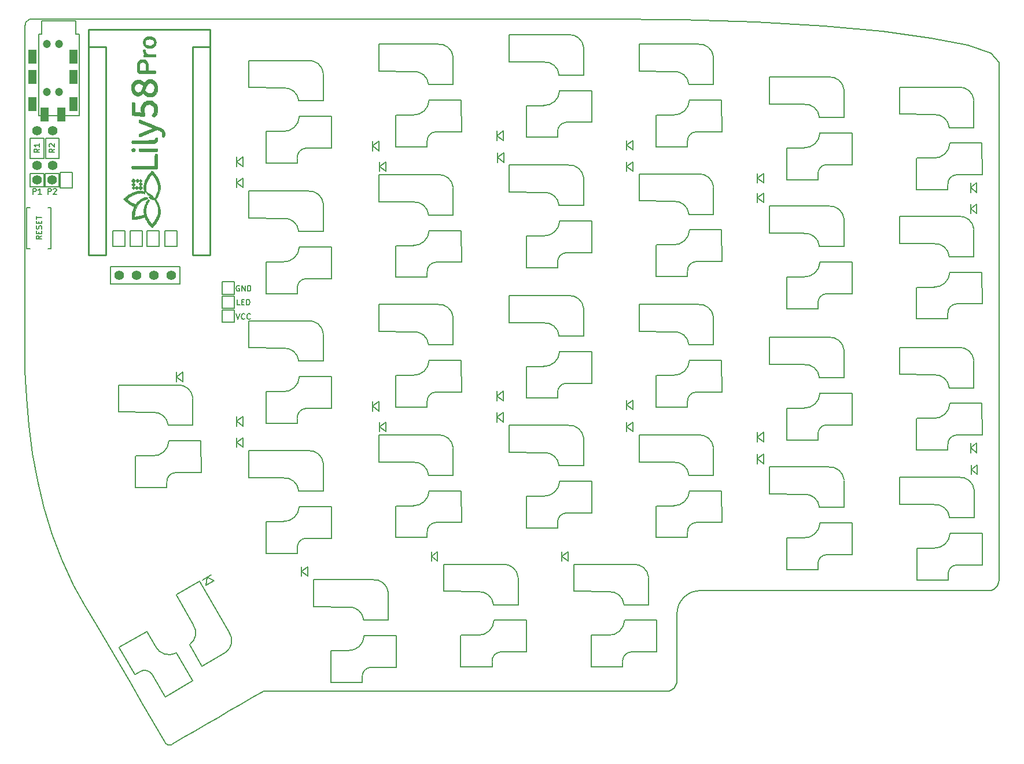
<source format=gto>
G04 #@! TF.GenerationSoftware,KiCad,Pcbnew,7.0.10*
G04 #@! TF.CreationDate,2024-04-22T20:06:49+02:00*
G04 #@! TF.ProjectId,Lily58_Pro,4c696c79-3538-45f5-9072-6f2e6b696361,rev?*
G04 #@! TF.SameCoordinates,Original*
G04 #@! TF.FileFunction,Legend,Top*
G04 #@! TF.FilePolarity,Positive*
%FSLAX46Y46*%
G04 Gerber Fmt 4.6, Leading zero omitted, Abs format (unit mm)*
G04 Created by KiCad (PCBNEW 7.0.10) date 2024-04-22 20:06:49*
%MOMM*%
%LPD*%
G01*
G04 APERTURE LIST*
%ADD10C,0.150000*%
%ADD11C,0.010000*%
%ADD12C,0.250000*%
%ADD13C,1.200000*%
%ADD14R,1.200000X2.100000*%
%ADD15C,1.397000*%
G04 #@! TA.AperFunction,Profile*
%ADD16C,0.200000*%
G04 #@! TD*
G04 APERTURE END LIST*
D10*
X113833333Y-80262295D02*
X114100000Y-81062295D01*
X114100000Y-81062295D02*
X114366666Y-80262295D01*
X115090476Y-80986104D02*
X115052380Y-81024200D01*
X115052380Y-81024200D02*
X114938095Y-81062295D01*
X114938095Y-81062295D02*
X114861904Y-81062295D01*
X114861904Y-81062295D02*
X114747618Y-81024200D01*
X114747618Y-81024200D02*
X114671428Y-80948009D01*
X114671428Y-80948009D02*
X114633333Y-80871819D01*
X114633333Y-80871819D02*
X114595237Y-80719438D01*
X114595237Y-80719438D02*
X114595237Y-80605152D01*
X114595237Y-80605152D02*
X114633333Y-80452771D01*
X114633333Y-80452771D02*
X114671428Y-80376580D01*
X114671428Y-80376580D02*
X114747618Y-80300390D01*
X114747618Y-80300390D02*
X114861904Y-80262295D01*
X114861904Y-80262295D02*
X114938095Y-80262295D01*
X114938095Y-80262295D02*
X115052380Y-80300390D01*
X115052380Y-80300390D02*
X115090476Y-80338485D01*
X115890476Y-80986104D02*
X115852380Y-81024200D01*
X115852380Y-81024200D02*
X115738095Y-81062295D01*
X115738095Y-81062295D02*
X115661904Y-81062295D01*
X115661904Y-81062295D02*
X115547618Y-81024200D01*
X115547618Y-81024200D02*
X115471428Y-80948009D01*
X115471428Y-80948009D02*
X115433333Y-80871819D01*
X115433333Y-80871819D02*
X115395237Y-80719438D01*
X115395237Y-80719438D02*
X115395237Y-80605152D01*
X115395237Y-80605152D02*
X115433333Y-80452771D01*
X115433333Y-80452771D02*
X115471428Y-80376580D01*
X115471428Y-80376580D02*
X115547618Y-80300390D01*
X115547618Y-80300390D02*
X115661904Y-80262295D01*
X115661904Y-80262295D02*
X115738095Y-80262295D01*
X115738095Y-80262295D02*
X115852380Y-80300390D01*
X115852380Y-80300390D02*
X115890476Y-80338485D01*
X114290476Y-76200390D02*
X114214286Y-76162295D01*
X114214286Y-76162295D02*
X114100000Y-76162295D01*
X114100000Y-76162295D02*
X113985714Y-76200390D01*
X113985714Y-76200390D02*
X113909524Y-76276580D01*
X113909524Y-76276580D02*
X113871429Y-76352771D01*
X113871429Y-76352771D02*
X113833333Y-76505152D01*
X113833333Y-76505152D02*
X113833333Y-76619438D01*
X113833333Y-76619438D02*
X113871429Y-76771819D01*
X113871429Y-76771819D02*
X113909524Y-76848009D01*
X113909524Y-76848009D02*
X113985714Y-76924200D01*
X113985714Y-76924200D02*
X114100000Y-76962295D01*
X114100000Y-76962295D02*
X114176191Y-76962295D01*
X114176191Y-76962295D02*
X114290476Y-76924200D01*
X114290476Y-76924200D02*
X114328572Y-76886104D01*
X114328572Y-76886104D02*
X114328572Y-76619438D01*
X114328572Y-76619438D02*
X114176191Y-76619438D01*
X114671429Y-76962295D02*
X114671429Y-76162295D01*
X114671429Y-76162295D02*
X115128572Y-76962295D01*
X115128572Y-76962295D02*
X115128572Y-76162295D01*
X115509524Y-76962295D02*
X115509524Y-76162295D01*
X115509524Y-76162295D02*
X115700000Y-76162295D01*
X115700000Y-76162295D02*
X115814286Y-76200390D01*
X115814286Y-76200390D02*
X115890476Y-76276580D01*
X115890476Y-76276580D02*
X115928571Y-76352771D01*
X115928571Y-76352771D02*
X115966667Y-76505152D01*
X115966667Y-76505152D02*
X115966667Y-76619438D01*
X115966667Y-76619438D02*
X115928571Y-76771819D01*
X115928571Y-76771819D02*
X115890476Y-76848009D01*
X115890476Y-76848009D02*
X115814286Y-76924200D01*
X115814286Y-76924200D02*
X115700000Y-76962295D01*
X115700000Y-76962295D02*
X115509524Y-76962295D01*
X114385714Y-78962295D02*
X114004762Y-78962295D01*
X114004762Y-78962295D02*
X114004762Y-78162295D01*
X114652381Y-78543247D02*
X114919047Y-78543247D01*
X115033333Y-78962295D02*
X114652381Y-78962295D01*
X114652381Y-78962295D02*
X114652381Y-78162295D01*
X114652381Y-78162295D02*
X115033333Y-78162295D01*
X115376191Y-78962295D02*
X115376191Y-78162295D01*
X115376191Y-78162295D02*
X115566667Y-78162295D01*
X115566667Y-78162295D02*
X115680953Y-78200390D01*
X115680953Y-78200390D02*
X115757143Y-78276580D01*
X115757143Y-78276580D02*
X115795238Y-78352771D01*
X115795238Y-78352771D02*
X115833334Y-78505152D01*
X115833334Y-78505152D02*
X115833334Y-78619438D01*
X115833334Y-78619438D02*
X115795238Y-78771819D01*
X115795238Y-78771819D02*
X115757143Y-78848009D01*
X115757143Y-78848009D02*
X115680953Y-78924200D01*
X115680953Y-78924200D02*
X115566667Y-78962295D01*
X115566667Y-78962295D02*
X115376191Y-78962295D01*
X84100076Y-62740160D02*
X84100076Y-61927360D01*
X84100076Y-61927360D02*
X84409714Y-61927360D01*
X84409714Y-61927360D02*
X84487124Y-61966065D01*
X84487124Y-61966065D02*
X84525829Y-62004770D01*
X84525829Y-62004770D02*
X84564533Y-62082179D01*
X84564533Y-62082179D02*
X84564533Y-62198294D01*
X84564533Y-62198294D02*
X84525829Y-62275703D01*
X84525829Y-62275703D02*
X84487124Y-62314408D01*
X84487124Y-62314408D02*
X84409714Y-62353113D01*
X84409714Y-62353113D02*
X84100076Y-62353113D01*
X85338629Y-62740160D02*
X84874172Y-62740160D01*
X85106400Y-62740160D02*
X85106400Y-61927360D01*
X85106400Y-61927360D02*
X85028991Y-62043475D01*
X85028991Y-62043475D02*
X84951581Y-62120884D01*
X84951581Y-62120884D02*
X84874172Y-62159589D01*
X86300076Y-62740160D02*
X86300076Y-61927360D01*
X86300076Y-61927360D02*
X86609714Y-61927360D01*
X86609714Y-61927360D02*
X86687124Y-61966065D01*
X86687124Y-61966065D02*
X86725829Y-62004770D01*
X86725829Y-62004770D02*
X86764533Y-62082179D01*
X86764533Y-62082179D02*
X86764533Y-62198294D01*
X86764533Y-62198294D02*
X86725829Y-62275703D01*
X86725829Y-62275703D02*
X86687124Y-62314408D01*
X86687124Y-62314408D02*
X86609714Y-62353113D01*
X86609714Y-62353113D02*
X86300076Y-62353113D01*
X87074172Y-62004770D02*
X87112876Y-61966065D01*
X87112876Y-61966065D02*
X87190286Y-61927360D01*
X87190286Y-61927360D02*
X87383810Y-61927360D01*
X87383810Y-61927360D02*
X87461219Y-61966065D01*
X87461219Y-61966065D02*
X87499924Y-62004770D01*
X87499924Y-62004770D02*
X87538629Y-62082179D01*
X87538629Y-62082179D02*
X87538629Y-62159589D01*
X87538629Y-62159589D02*
X87499924Y-62275703D01*
X87499924Y-62275703D02*
X87035467Y-62740160D01*
X87035467Y-62740160D02*
X87538629Y-62740160D01*
X87268216Y-56135466D02*
X86881169Y-56406399D01*
X87268216Y-56599923D02*
X86455416Y-56599923D01*
X86455416Y-56599923D02*
X86455416Y-56290285D01*
X86455416Y-56290285D02*
X86494121Y-56212875D01*
X86494121Y-56212875D02*
X86532826Y-56174170D01*
X86532826Y-56174170D02*
X86610235Y-56135466D01*
X86610235Y-56135466D02*
X86726350Y-56135466D01*
X86726350Y-56135466D02*
X86803759Y-56174170D01*
X86803759Y-56174170D02*
X86842464Y-56212875D01*
X86842464Y-56212875D02*
X86881169Y-56290285D01*
X86881169Y-56290285D02*
X86881169Y-56599923D01*
X86532826Y-55825827D02*
X86494121Y-55787123D01*
X86494121Y-55787123D02*
X86455416Y-55709713D01*
X86455416Y-55709713D02*
X86455416Y-55516189D01*
X86455416Y-55516189D02*
X86494121Y-55438780D01*
X86494121Y-55438780D02*
X86532826Y-55400075D01*
X86532826Y-55400075D02*
X86610235Y-55361370D01*
X86610235Y-55361370D02*
X86687645Y-55361370D01*
X86687645Y-55361370D02*
X86803759Y-55400075D01*
X86803759Y-55400075D02*
X87268216Y-55864532D01*
X87268216Y-55864532D02*
X87268216Y-55361370D01*
X85068216Y-56135466D02*
X84681169Y-56406399D01*
X85068216Y-56599923D02*
X84255416Y-56599923D01*
X84255416Y-56599923D02*
X84255416Y-56290285D01*
X84255416Y-56290285D02*
X84294121Y-56212875D01*
X84294121Y-56212875D02*
X84332826Y-56174170D01*
X84332826Y-56174170D02*
X84410235Y-56135466D01*
X84410235Y-56135466D02*
X84526350Y-56135466D01*
X84526350Y-56135466D02*
X84603759Y-56174170D01*
X84603759Y-56174170D02*
X84642464Y-56212875D01*
X84642464Y-56212875D02*
X84681169Y-56290285D01*
X84681169Y-56290285D02*
X84681169Y-56599923D01*
X85068216Y-55361370D02*
X85068216Y-55825827D01*
X85068216Y-55593599D02*
X84255416Y-55593599D01*
X84255416Y-55593599D02*
X84371531Y-55671008D01*
X84371531Y-55671008D02*
X84448940Y-55748418D01*
X84448940Y-55748418D02*
X84487645Y-55825827D01*
X85362295Y-68861904D02*
X84981342Y-69128571D01*
X85362295Y-69319047D02*
X84562295Y-69319047D01*
X84562295Y-69319047D02*
X84562295Y-69014285D01*
X84562295Y-69014285D02*
X84600390Y-68938095D01*
X84600390Y-68938095D02*
X84638485Y-68900000D01*
X84638485Y-68900000D02*
X84714676Y-68861904D01*
X84714676Y-68861904D02*
X84828961Y-68861904D01*
X84828961Y-68861904D02*
X84905152Y-68900000D01*
X84905152Y-68900000D02*
X84943247Y-68938095D01*
X84943247Y-68938095D02*
X84981342Y-69014285D01*
X84981342Y-69014285D02*
X84981342Y-69319047D01*
X84943247Y-68519047D02*
X84943247Y-68252381D01*
X85362295Y-68138095D02*
X85362295Y-68519047D01*
X85362295Y-68519047D02*
X84562295Y-68519047D01*
X84562295Y-68519047D02*
X84562295Y-68138095D01*
X85324200Y-67833333D02*
X85362295Y-67719047D01*
X85362295Y-67719047D02*
X85362295Y-67528571D01*
X85362295Y-67528571D02*
X85324200Y-67452380D01*
X85324200Y-67452380D02*
X85286104Y-67414285D01*
X85286104Y-67414285D02*
X85209914Y-67376190D01*
X85209914Y-67376190D02*
X85133723Y-67376190D01*
X85133723Y-67376190D02*
X85057533Y-67414285D01*
X85057533Y-67414285D02*
X85019438Y-67452380D01*
X85019438Y-67452380D02*
X84981342Y-67528571D01*
X84981342Y-67528571D02*
X84943247Y-67680952D01*
X84943247Y-67680952D02*
X84905152Y-67757142D01*
X84905152Y-67757142D02*
X84867057Y-67795237D01*
X84867057Y-67795237D02*
X84790866Y-67833333D01*
X84790866Y-67833333D02*
X84714676Y-67833333D01*
X84714676Y-67833333D02*
X84638485Y-67795237D01*
X84638485Y-67795237D02*
X84600390Y-67757142D01*
X84600390Y-67757142D02*
X84562295Y-67680952D01*
X84562295Y-67680952D02*
X84562295Y-67490475D01*
X84562295Y-67490475D02*
X84600390Y-67376190D01*
X84943247Y-67033332D02*
X84943247Y-66766666D01*
X85362295Y-66652380D02*
X85362295Y-67033332D01*
X85362295Y-67033332D02*
X84562295Y-67033332D01*
X84562295Y-67033332D02*
X84562295Y-66652380D01*
X84562295Y-66423808D02*
X84562295Y-65966665D01*
X85362295Y-66195237D02*
X84562295Y-66195237D01*
X84900000Y-51300000D02*
X84900000Y-39300000D01*
X90900000Y-51300000D02*
X84900000Y-51300000D01*
X90900000Y-39300000D02*
X90900000Y-51300000D01*
X84900000Y-39300000D02*
X85400000Y-39300000D01*
X90400000Y-39300000D02*
X90400000Y-37400000D01*
X85400000Y-39300000D02*
X85400000Y-37400000D01*
X90900000Y-39300000D02*
X90400000Y-39300000D01*
X85400000Y-37400000D02*
X90400000Y-37400000D01*
X113600000Y-77400000D02*
X113600000Y-75600000D01*
X111800000Y-75600000D02*
X113600000Y-75600000D01*
X111800000Y-77400000D02*
X111800000Y-75600000D01*
X113600000Y-79500000D02*
X113600000Y-77700000D01*
X111800000Y-79500000D02*
X111800000Y-77700000D01*
X111800000Y-77700000D02*
X113600000Y-77700000D01*
X113600000Y-79500000D02*
X111800000Y-79500000D01*
X113600000Y-79700000D02*
X113600000Y-81500000D01*
X111800000Y-79700000D02*
X113600000Y-79700000D01*
X111800000Y-81500000D02*
X111800000Y-79700000D01*
X113600000Y-81500000D02*
X111800000Y-81500000D01*
X113600000Y-77400000D02*
X111800000Y-77400000D01*
D11*
X99821245Y-51880417D02*
X99913766Y-51915082D01*
X99989549Y-51947101D01*
X100088564Y-51988474D01*
X100197856Y-52033807D01*
X100302308Y-52076820D01*
X100410743Y-52121327D01*
X100523193Y-52167559D01*
X100626061Y-52209921D01*
X100702847Y-52241618D01*
X100769578Y-52269121D01*
X100864104Y-52307940D01*
X100978034Y-52354636D01*
X101102978Y-52405773D01*
X101230546Y-52457910D01*
X101249924Y-52465822D01*
X101428316Y-52538680D01*
X101574478Y-52598431D01*
X101692372Y-52646708D01*
X101785957Y-52685144D01*
X101859195Y-52715370D01*
X101916046Y-52739019D01*
X101960472Y-52757724D01*
X101996434Y-52773115D01*
X102011924Y-52779837D01*
X102067794Y-52803456D01*
X102145176Y-52835241D01*
X102229199Y-52869099D01*
X102246385Y-52875937D01*
X102445617Y-52955886D01*
X102611967Y-53024815D01*
X102749400Y-53084712D01*
X102861884Y-53137568D01*
X102953383Y-53185372D01*
X103027863Y-53230113D01*
X103089291Y-53273780D01*
X103141632Y-53318363D01*
X103156295Y-53332350D01*
X103265621Y-53463930D01*
X103345052Y-53612611D01*
X103392457Y-53771650D01*
X103405708Y-53934304D01*
X103388858Y-54068923D01*
X103349328Y-54203075D01*
X103300423Y-54299778D01*
X103242279Y-54358843D01*
X103175029Y-54380081D01*
X103167527Y-54380111D01*
X103084894Y-54361599D01*
X103009303Y-54316117D01*
X102959540Y-54258077D01*
X102945007Y-54226795D01*
X102941691Y-54195377D01*
X102950568Y-54151944D01*
X102972618Y-54084621D01*
X102974194Y-54080098D01*
X103004155Y-53982051D01*
X103015315Y-53905741D01*
X103007945Y-53838797D01*
X102982312Y-53768848D01*
X102981034Y-53766077D01*
X102936268Y-53690884D01*
X102872576Y-53621590D01*
X102785714Y-53555219D01*
X102671438Y-53488794D01*
X102525505Y-53419339D01*
X102426887Y-53377399D01*
X102341227Y-53342459D01*
X102282708Y-53320885D01*
X102242291Y-53311274D01*
X102210939Y-53312221D01*
X102179615Y-53322321D01*
X102151646Y-53334635D01*
X102109135Y-53353280D01*
X102040518Y-53382838D01*
X101955703Y-53419060D01*
X101875154Y-53453232D01*
X101783385Y-53492068D01*
X101698159Y-53528187D01*
X101629736Y-53557237D01*
X101591847Y-53573380D01*
X101558729Y-53587540D01*
X101528378Y-53600461D01*
X101494836Y-53614645D01*
X101452145Y-53632595D01*
X101394346Y-53656813D01*
X101315482Y-53689802D01*
X101209593Y-53734063D01*
X101142462Y-53762119D01*
X101015175Y-53815361D01*
X100878098Y-53872779D01*
X100736313Y-53932236D01*
X100594902Y-53991596D01*
X100458945Y-54048722D01*
X100333525Y-54101479D01*
X100223722Y-54147730D01*
X100134619Y-54185339D01*
X100071296Y-54212170D01*
X100038836Y-54226086D01*
X100038539Y-54226217D01*
X99927230Y-54274433D01*
X99844561Y-54307888D01*
X99784007Y-54328857D01*
X99739043Y-54339619D01*
X99705349Y-54342462D01*
X99649064Y-54335966D01*
X99611865Y-54312500D01*
X99590256Y-54266098D01*
X99580743Y-54190794D01*
X99579385Y-54127474D01*
X99580264Y-54049638D01*
X99584807Y-54000738D01*
X99595874Y-53970639D01*
X99616326Y-53949207D01*
X99633116Y-53937096D01*
X99676339Y-53912484D01*
X99743393Y-53879808D01*
X99821671Y-53845126D01*
X99843154Y-53836180D01*
X99928271Y-53801226D01*
X100011734Y-53766889D01*
X100077829Y-53739636D01*
X100087385Y-53735685D01*
X100148521Y-53710826D01*
X100230197Y-53678186D01*
X100316518Y-53644108D01*
X100331616Y-53638197D01*
X100408219Y-53608109D01*
X100474563Y-53581807D01*
X100519315Y-53563789D01*
X100527000Y-53560602D01*
X100592135Y-53533508D01*
X100682811Y-53496295D01*
X100788285Y-53453345D01*
X100897811Y-53409041D01*
X100956847Y-53385298D01*
X101056382Y-53345102D01*
X101168074Y-53299600D01*
X101268013Y-53258535D01*
X101269462Y-53257936D01*
X101360280Y-53220842D01*
X101455081Y-53182872D01*
X101535031Y-53151561D01*
X101543000Y-53148507D01*
X101626133Y-53114689D01*
X101673536Y-53090495D01*
X101684566Y-53076325D01*
X101664802Y-53072462D01*
X101625154Y-53065101D01*
X101572560Y-53047194D01*
X101568086Y-53045335D01*
X101469930Y-53004771D01*
X101357955Y-52959895D01*
X101254064Y-52919452D01*
X101230385Y-52910481D01*
X101163480Y-52884783D01*
X101075652Y-52850306D01*
X100979349Y-52812014D01*
X100887022Y-52774877D01*
X100811117Y-52743859D01*
X100778280Y-52730101D01*
X100742841Y-52715550D01*
X100677071Y-52689089D01*
X100586997Y-52653120D01*
X100478650Y-52610049D01*
X100358059Y-52562279D01*
X100289819Y-52535316D01*
X100122091Y-52469077D01*
X99986903Y-52415546D01*
X99880446Y-52373089D01*
X99798908Y-52340072D01*
X99738480Y-52314862D01*
X99695352Y-52295826D01*
X99665714Y-52281329D01*
X99645755Y-52269739D01*
X99631665Y-52259421D01*
X99619635Y-52248744D01*
X99618147Y-52247359D01*
X99597050Y-52220421D01*
X99585115Y-52181879D01*
X99580063Y-52121246D01*
X99579385Y-52069204D01*
X99583169Y-51983192D01*
X99593613Y-51919528D01*
X99604881Y-51892293D01*
X99650414Y-51862507D01*
X99723177Y-51858595D01*
X99821245Y-51880417D01*
G36*
X99821245Y-51880417D02*
G01*
X99913766Y-51915082D01*
X99989549Y-51947101D01*
X100088564Y-51988474D01*
X100197856Y-52033807D01*
X100302308Y-52076820D01*
X100410743Y-52121327D01*
X100523193Y-52167559D01*
X100626061Y-52209921D01*
X100702847Y-52241618D01*
X100769578Y-52269121D01*
X100864104Y-52307940D01*
X100978034Y-52354636D01*
X101102978Y-52405773D01*
X101230546Y-52457910D01*
X101249924Y-52465822D01*
X101428316Y-52538680D01*
X101574478Y-52598431D01*
X101692372Y-52646708D01*
X101785957Y-52685144D01*
X101859195Y-52715370D01*
X101916046Y-52739019D01*
X101960472Y-52757724D01*
X101996434Y-52773115D01*
X102011924Y-52779837D01*
X102067794Y-52803456D01*
X102145176Y-52835241D01*
X102229199Y-52869099D01*
X102246385Y-52875937D01*
X102445617Y-52955886D01*
X102611967Y-53024815D01*
X102749400Y-53084712D01*
X102861884Y-53137568D01*
X102953383Y-53185372D01*
X103027863Y-53230113D01*
X103089291Y-53273780D01*
X103141632Y-53318363D01*
X103156295Y-53332350D01*
X103265621Y-53463930D01*
X103345052Y-53612611D01*
X103392457Y-53771650D01*
X103405708Y-53934304D01*
X103388858Y-54068923D01*
X103349328Y-54203075D01*
X103300423Y-54299778D01*
X103242279Y-54358843D01*
X103175029Y-54380081D01*
X103167527Y-54380111D01*
X103084894Y-54361599D01*
X103009303Y-54316117D01*
X102959540Y-54258077D01*
X102945007Y-54226795D01*
X102941691Y-54195377D01*
X102950568Y-54151944D01*
X102972618Y-54084621D01*
X102974194Y-54080098D01*
X103004155Y-53982051D01*
X103015315Y-53905741D01*
X103007945Y-53838797D01*
X102982312Y-53768848D01*
X102981034Y-53766077D01*
X102936268Y-53690884D01*
X102872576Y-53621590D01*
X102785714Y-53555219D01*
X102671438Y-53488794D01*
X102525505Y-53419339D01*
X102426887Y-53377399D01*
X102341227Y-53342459D01*
X102282708Y-53320885D01*
X102242291Y-53311274D01*
X102210939Y-53312221D01*
X102179615Y-53322321D01*
X102151646Y-53334635D01*
X102109135Y-53353280D01*
X102040518Y-53382838D01*
X101955703Y-53419060D01*
X101875154Y-53453232D01*
X101783385Y-53492068D01*
X101698159Y-53528187D01*
X101629736Y-53557237D01*
X101591847Y-53573380D01*
X101558729Y-53587540D01*
X101528378Y-53600461D01*
X101494836Y-53614645D01*
X101452145Y-53632595D01*
X101394346Y-53656813D01*
X101315482Y-53689802D01*
X101209593Y-53734063D01*
X101142462Y-53762119D01*
X101015175Y-53815361D01*
X100878098Y-53872779D01*
X100736313Y-53932236D01*
X100594902Y-53991596D01*
X100458945Y-54048722D01*
X100333525Y-54101479D01*
X100223722Y-54147730D01*
X100134619Y-54185339D01*
X100071296Y-54212170D01*
X100038836Y-54226086D01*
X100038539Y-54226217D01*
X99927230Y-54274433D01*
X99844561Y-54307888D01*
X99784007Y-54328857D01*
X99739043Y-54339619D01*
X99705349Y-54342462D01*
X99649064Y-54335966D01*
X99611865Y-54312500D01*
X99590256Y-54266098D01*
X99580743Y-54190794D01*
X99579385Y-54127474D01*
X99580264Y-54049638D01*
X99584807Y-54000738D01*
X99595874Y-53970639D01*
X99616326Y-53949207D01*
X99633116Y-53937096D01*
X99676339Y-53912484D01*
X99743393Y-53879808D01*
X99821671Y-53845126D01*
X99843154Y-53836180D01*
X99928271Y-53801226D01*
X100011734Y-53766889D01*
X100077829Y-53739636D01*
X100087385Y-53735685D01*
X100148521Y-53710826D01*
X100230197Y-53678186D01*
X100316518Y-53644108D01*
X100331616Y-53638197D01*
X100408219Y-53608109D01*
X100474563Y-53581807D01*
X100519315Y-53563789D01*
X100527000Y-53560602D01*
X100592135Y-53533508D01*
X100682811Y-53496295D01*
X100788285Y-53453345D01*
X100897811Y-53409041D01*
X100956847Y-53385298D01*
X101056382Y-53345102D01*
X101168074Y-53299600D01*
X101268013Y-53258535D01*
X101269462Y-53257936D01*
X101360280Y-53220842D01*
X101455081Y-53182872D01*
X101535031Y-53151561D01*
X101543000Y-53148507D01*
X101626133Y-53114689D01*
X101673536Y-53090495D01*
X101684566Y-53076325D01*
X101664802Y-53072462D01*
X101625154Y-53065101D01*
X101572560Y-53047194D01*
X101568086Y-53045335D01*
X101469930Y-53004771D01*
X101357955Y-52959895D01*
X101254064Y-52919452D01*
X101230385Y-52910481D01*
X101163480Y-52884783D01*
X101075652Y-52850306D01*
X100979349Y-52812014D01*
X100887022Y-52774877D01*
X100811117Y-52743859D01*
X100778280Y-52730101D01*
X100742841Y-52715550D01*
X100677071Y-52689089D01*
X100586997Y-52653120D01*
X100478650Y-52610049D01*
X100358059Y-52562279D01*
X100289819Y-52535316D01*
X100122091Y-52469077D01*
X99986903Y-52415546D01*
X99880446Y-52373089D01*
X99798908Y-52340072D01*
X99738480Y-52314862D01*
X99695352Y-52295826D01*
X99665714Y-52281329D01*
X99645755Y-52269739D01*
X99631665Y-52259421D01*
X99619635Y-52248744D01*
X99618147Y-52247359D01*
X99597050Y-52220421D01*
X99585115Y-52181879D01*
X99580063Y-52121246D01*
X99579385Y-52069204D01*
X99583169Y-51983192D01*
X99593613Y-51919528D01*
X99604881Y-51892293D01*
X99650414Y-51862507D01*
X99723177Y-51858595D01*
X99821245Y-51880417D01*
G37*
X101558673Y-59373633D02*
X101676690Y-59493061D01*
X101804411Y-59635791D01*
X101932840Y-59790814D01*
X102052979Y-59947119D01*
X102155832Y-60093699D01*
X102187770Y-60143370D01*
X102209856Y-60178580D01*
X102242519Y-60230444D01*
X102256654Y-60252846D01*
X102312950Y-60350360D01*
X102375826Y-60472827D01*
X102439661Y-60608081D01*
X102498834Y-60743952D01*
X102547723Y-60868271D01*
X102568065Y-60926923D01*
X102647752Y-61215863D01*
X102693671Y-61491679D01*
X102705816Y-61760920D01*
X102684180Y-62030140D01*
X102628755Y-62305890D01*
X102566466Y-62516551D01*
X102529204Y-62618413D01*
X102480555Y-62736526D01*
X102425109Y-62861050D01*
X102367453Y-62982149D01*
X102312178Y-63089984D01*
X102263872Y-63174718D01*
X102248077Y-63199137D01*
X102217893Y-63245601D01*
X102199824Y-63277634D01*
X102197539Y-63284240D01*
X102188018Y-63302888D01*
X102157991Y-63344019D01*
X102105261Y-63410576D01*
X102080014Y-63441676D01*
X102067843Y-63458261D01*
X102064363Y-63474911D01*
X102072584Y-63499033D01*
X102095519Y-63538036D01*
X102136179Y-63599326D01*
X102156078Y-63628780D01*
X102331013Y-63915020D01*
X102473772Y-64207384D01*
X102583171Y-64502322D01*
X102658024Y-64796280D01*
X102697146Y-65085707D01*
X102702878Y-65267531D01*
X102701173Y-65365280D01*
X102698502Y-65452630D01*
X102695234Y-65519987D01*
X102691773Y-65557539D01*
X102654157Y-65736485D01*
X102602328Y-65928141D01*
X102540813Y-66118024D01*
X102474134Y-66291653D01*
X102435381Y-66378154D01*
X102376177Y-66495226D01*
X102307033Y-66621393D01*
X102232948Y-66748425D01*
X102158921Y-66868087D01*
X102089950Y-66972148D01*
X102031035Y-67052375D01*
X102012265Y-67074967D01*
X101987203Y-67105559D01*
X101953044Y-67149321D01*
X101950142Y-67153120D01*
X101875807Y-67247534D01*
X101797072Y-67342211D01*
X101718500Y-67432222D01*
X101644653Y-67512639D01*
X101580091Y-67578530D01*
X101529378Y-67624967D01*
X101497074Y-67647020D01*
X101494022Y-67647707D01*
X101492040Y-67648154D01*
X101464331Y-67633280D01*
X101417169Y-67591719D01*
X101354521Y-67528064D01*
X101280355Y-67446907D01*
X101198641Y-67352842D01*
X101113346Y-67250460D01*
X101028440Y-67144354D01*
X100947889Y-67039116D01*
X100875664Y-66939340D01*
X100860031Y-66916747D01*
X100799146Y-66822896D01*
X100732986Y-66712582D01*
X100665617Y-66593476D01*
X100601108Y-66473251D01*
X100543525Y-66359577D01*
X100496935Y-66260126D01*
X100465406Y-66182570D01*
X100457264Y-66157037D01*
X100441779Y-66109529D01*
X100422835Y-66091157D01*
X100388309Y-66092955D01*
X100374472Y-66095793D01*
X100325078Y-66108980D01*
X100292843Y-66122209D01*
X100292539Y-66122412D01*
X100255224Y-66141418D01*
X100190885Y-66168156D01*
X100109813Y-66198757D01*
X100022298Y-66229350D01*
X99938632Y-66256067D01*
X99931077Y-66258317D01*
X99703405Y-66319500D01*
X99481165Y-66365794D01*
X99252265Y-66399102D01*
X99004612Y-66421327D01*
X98838612Y-66430279D01*
X98537455Y-66443147D01*
X98550375Y-66112689D01*
X98572486Y-65800371D01*
X98613167Y-65497423D01*
X98662479Y-65251478D01*
X98682839Y-65175398D01*
X98711923Y-65079439D01*
X98746235Y-64973891D01*
X98782279Y-64869041D01*
X98816559Y-64775179D01*
X98845577Y-64702592D01*
X98858666Y-64674202D01*
X98882050Y-64621904D01*
X98894767Y-64581159D01*
X98895539Y-64574007D01*
X98878050Y-64552546D01*
X98830896Y-64525314D01*
X98773424Y-64501172D01*
X98704991Y-64473246D01*
X98619865Y-64434671D01*
X98526775Y-64389857D01*
X98434448Y-64343213D01*
X98351615Y-64299152D01*
X98287003Y-64262082D01*
X98249342Y-64236414D01*
X98249231Y-64236317D01*
X98217338Y-64214265D01*
X98202866Y-64209385D01*
X98177764Y-64197804D01*
X98127555Y-64165646D01*
X98057613Y-64116789D01*
X97973311Y-64055109D01*
X97880022Y-63984486D01*
X97783118Y-63908796D01*
X97752539Y-63884392D01*
X97642370Y-63793639D01*
X97542924Y-63707224D01*
X97458208Y-63628997D01*
X97392229Y-63562806D01*
X97348995Y-63512502D01*
X97338565Y-63493158D01*
X97863154Y-63493158D01*
X97872658Y-63501929D01*
X97897418Y-63520810D01*
X97942490Y-63557949D01*
X97998801Y-63605849D01*
X98007613Y-63613462D01*
X98213679Y-63777239D01*
X98443991Y-63934778D01*
X98683872Y-64076346D01*
X98786481Y-64129973D01*
X98880861Y-64176103D01*
X98963253Y-64214176D01*
X99027286Y-64241422D01*
X99066589Y-64255068D01*
X99075465Y-64255710D01*
X99095313Y-64234016D01*
X99126158Y-64191059D01*
X99142435Y-64166086D01*
X99229418Y-64047617D01*
X99343551Y-63920908D01*
X99476302Y-63793659D01*
X99619144Y-63673569D01*
X99763545Y-63568336D01*
X99889502Y-63491768D01*
X100089004Y-63390863D01*
X100285217Y-63304377D01*
X100468313Y-63236420D01*
X100580840Y-63202749D01*
X100650758Y-63185088D01*
X100693829Y-63177920D01*
X100720858Y-63181278D01*
X100742648Y-63195192D01*
X100751802Y-63203253D01*
X100780904Y-63235758D01*
X100790770Y-63256831D01*
X100801862Y-63283720D01*
X100828643Y-63323287D01*
X100829580Y-63324484D01*
X100853853Y-63362534D01*
X100859817Y-63387558D01*
X100859418Y-63388343D01*
X100837264Y-63400667D01*
X100788199Y-63418612D01*
X100727800Y-63436867D01*
X100484011Y-63517490D01*
X100243171Y-63621629D01*
X100019733Y-63742698D01*
X99928548Y-63801060D01*
X99872474Y-63843643D01*
X99800217Y-63904971D01*
X99720433Y-63976964D01*
X99641777Y-64051540D01*
X99572907Y-64120617D01*
X99522479Y-64176115D01*
X99510192Y-64191637D01*
X99349352Y-64439220D01*
X99211613Y-64713386D01*
X99099200Y-65007687D01*
X99014335Y-65315675D01*
X98959241Y-65630901D01*
X98939936Y-65845731D01*
X98929004Y-66046000D01*
X99053925Y-66045996D01*
X99187522Y-66038891D01*
X99347428Y-66018936D01*
X99523820Y-65988165D01*
X99706875Y-65948612D01*
X99886771Y-65902309D01*
X100053684Y-65851289D01*
X100136407Y-65821949D01*
X100224142Y-65788853D01*
X100281183Y-65764148D01*
X100312939Y-65741277D01*
X100324821Y-65713679D01*
X100322239Y-65674797D01*
X100310602Y-65618072D01*
X100309375Y-65612246D01*
X100287175Y-65447754D01*
X100282369Y-65258275D01*
X100294115Y-65053381D01*
X100321567Y-64842646D01*
X100363883Y-64635641D01*
X100409805Y-64473154D01*
X100449255Y-64366230D01*
X100504322Y-64236960D01*
X100569778Y-64096052D01*
X100640394Y-63954213D01*
X100710943Y-63822150D01*
X100776195Y-63710570D01*
X100800973Y-63672077D01*
X100856008Y-63590157D01*
X100894801Y-63536833D01*
X100923379Y-63508590D01*
X100947766Y-63501912D01*
X100973991Y-63513284D01*
X101008078Y-63539191D01*
X101016824Y-63546168D01*
X101066849Y-63584759D01*
X101107127Y-63613801D01*
X101119633Y-63621771D01*
X101127630Y-63637873D01*
X101116220Y-63670749D01*
X101083095Y-63725695D01*
X101058662Y-63761669D01*
X101008880Y-63839245D01*
X100949299Y-63941003D01*
X100886157Y-64055491D01*
X100825696Y-64171258D01*
X100774155Y-64276853D01*
X100755687Y-64317653D01*
X100720225Y-64411700D01*
X100683371Y-64531435D01*
X100648484Y-64663761D01*
X100618925Y-64795580D01*
X100598055Y-64913795D01*
X100593308Y-64950567D01*
X100581343Y-65179964D01*
X100598588Y-65408223D01*
X100646016Y-65646743D01*
X100655909Y-65684539D01*
X100683760Y-65779063D01*
X100718640Y-65884375D01*
X100757180Y-65991582D01*
X100796010Y-66091791D01*
X100831757Y-66176109D01*
X100861053Y-66235641D01*
X100870651Y-66251154D01*
X100887114Y-66278186D01*
X100915036Y-66327197D01*
X100937837Y-66368385D01*
X100990021Y-66455926D01*
X101060262Y-66562948D01*
X101141227Y-66679225D01*
X101225582Y-66794534D01*
X101305997Y-66898649D01*
X101375137Y-66981346D01*
X101386230Y-66993616D01*
X101494022Y-67110846D01*
X101592905Y-67003385D01*
X101649544Y-66937386D01*
X101720153Y-66848590D01*
X101797352Y-66746930D01*
X101873764Y-66642341D01*
X101942010Y-66544755D01*
X101994714Y-66464105D01*
X102000486Y-66454641D01*
X102052315Y-66361968D01*
X102110843Y-66246636D01*
X102170803Y-66120095D01*
X102226928Y-65993796D01*
X102273952Y-65879187D01*
X102305261Y-65792000D01*
X102342918Y-65652628D01*
X102374763Y-65494978D01*
X102397858Y-65336362D01*
X102409263Y-65194089D01*
X102409758Y-65176539D01*
X102407746Y-65113454D01*
X102400692Y-65026323D01*
X102389887Y-64929657D01*
X102383652Y-64883462D01*
X102341455Y-64665458D01*
X102276721Y-64449383D01*
X102186767Y-64228144D01*
X102068909Y-63994652D01*
X102003649Y-63879577D01*
X101919191Y-63747239D01*
X101837891Y-63648174D01*
X101835231Y-63645947D01*
X101753705Y-63577673D01*
X101660589Y-63531029D01*
X101552500Y-63503538D01*
X101513693Y-63498008D01*
X101387725Y-63476190D01*
X101289435Y-63443039D01*
X101208185Y-63394914D01*
X101204672Y-63392272D01*
X101158596Y-63350542D01*
X101109610Y-63295634D01*
X101063634Y-63235845D01*
X101026591Y-63179469D01*
X101004398Y-63134802D01*
X101002978Y-63110139D01*
X101003172Y-63109936D01*
X101030230Y-63102090D01*
X101084791Y-63098066D01*
X101155397Y-63098668D01*
X101160266Y-63098887D01*
X101231071Y-63101359D01*
X101268476Y-63099666D01*
X101278030Y-63092781D01*
X101265284Y-63079679D01*
X101265060Y-63079512D01*
X101227427Y-63054017D01*
X101170203Y-63018249D01*
X101102011Y-62977239D01*
X101031476Y-62936018D01*
X100967221Y-62899616D01*
X100917869Y-62873064D01*
X100892044Y-62861393D01*
X100890891Y-62861231D01*
X100861617Y-62844242D01*
X100824604Y-62799166D01*
X100784912Y-62734835D01*
X100747600Y-62660084D01*
X100717727Y-62583746D01*
X100704203Y-62535252D01*
X100693772Y-62504495D01*
X100672897Y-62481344D01*
X100633189Y-62460130D01*
X100566259Y-62435186D01*
X100545754Y-62428197D01*
X100470383Y-62403482D01*
X100425029Y-62394640D01*
X100405411Y-62406556D01*
X100407249Y-62444119D01*
X100426264Y-62512216D01*
X100438288Y-62550921D01*
X100456897Y-62614195D01*
X100468513Y-62660635D01*
X100470643Y-62679870D01*
X100450459Y-62677568D01*
X100406362Y-62664873D01*
X100382349Y-62656743D01*
X100288601Y-62630046D01*
X100170301Y-62605560D01*
X100041975Y-62585585D01*
X99918148Y-62572421D01*
X99823616Y-62568295D01*
X99663009Y-62577459D01*
X99483200Y-62603206D01*
X99299050Y-62642971D01*
X99159308Y-62682923D01*
X98935109Y-62766244D01*
X98712816Y-62871963D01*
X98488045Y-63002760D01*
X98256412Y-63161316D01*
X98013535Y-63350311D01*
X97869933Y-63471347D01*
X97863154Y-63493158D01*
X97338565Y-63493158D01*
X97332513Y-63481933D01*
X97332462Y-63480858D01*
X97346259Y-63456226D01*
X97383468Y-63413049D01*
X97437819Y-63358198D01*
X97481457Y-63317656D01*
X97547746Y-63257772D01*
X97605808Y-63204870D01*
X97647699Y-63166212D01*
X97662187Y-63152462D01*
X97691096Y-63127630D01*
X97742836Y-63086369D01*
X97808806Y-63035464D01*
X97850231Y-63004168D01*
X98118961Y-62814543D01*
X98378003Y-62656892D01*
X98634256Y-62527804D01*
X98894620Y-62423872D01*
X99165995Y-62341687D01*
X99217555Y-62328693D01*
X99337167Y-62306758D01*
X99481645Y-62291716D01*
X99640364Y-62283645D01*
X99802697Y-62282624D01*
X99958018Y-62288730D01*
X100095701Y-62302042D01*
X100200656Y-62321477D01*
X100269797Y-62338026D01*
X100322557Y-62348566D01*
X100349128Y-62351183D01*
X100350359Y-62350678D01*
X100349979Y-62329689D01*
X100343288Y-62278798D01*
X100331512Y-62206445D01*
X100320996Y-62148077D01*
X100286242Y-61856358D01*
X100287227Y-61759895D01*
X100585011Y-61759895D01*
X100591640Y-61988118D01*
X100621737Y-62203624D01*
X100635166Y-62262906D01*
X100683308Y-62455889D01*
X100868924Y-62548044D01*
X101074511Y-62654607D01*
X101245530Y-62753594D01*
X101385174Y-62847493D01*
X101496634Y-62938790D01*
X101583102Y-63029973D01*
X101647769Y-63123529D01*
X101674822Y-63176073D01*
X101725049Y-63255323D01*
X101786079Y-63300601D01*
X101835231Y-63310616D01*
X101860029Y-63294115D01*
X101898648Y-63248424D01*
X101947349Y-63179263D01*
X102002392Y-63092350D01*
X102060035Y-62993403D01*
X102116539Y-62888141D01*
X102133537Y-62854524D01*
X102229189Y-62646466D01*
X102300818Y-62451956D01*
X102352802Y-62257699D01*
X102382306Y-62099231D01*
X102399989Y-61969240D01*
X102408175Y-61857230D01*
X102406899Y-61748002D01*
X102396192Y-61626358D01*
X102383562Y-61528928D01*
X102333944Y-61286220D01*
X102253054Y-61033380D01*
X102143964Y-60778926D01*
X102046982Y-60594769D01*
X101989634Y-60499870D01*
X101922045Y-60396884D01*
X101848112Y-60290843D01*
X101771730Y-60186778D01*
X101696796Y-60089721D01*
X101627205Y-60004704D01*
X101566853Y-59936756D01*
X101519636Y-59890910D01*
X101489451Y-59872197D01*
X101487319Y-59872011D01*
X101462930Y-59887498D01*
X101420834Y-59930254D01*
X101365000Y-59995031D01*
X101299395Y-60076583D01*
X101227987Y-60169663D01*
X101154745Y-60269024D01*
X101083635Y-60369419D01*
X101018625Y-60465601D01*
X100963684Y-60552324D01*
X100933369Y-60604539D01*
X100840275Y-60781989D01*
X100766613Y-60943155D01*
X100706801Y-61101772D01*
X100655257Y-61271578D01*
X100641759Y-61322182D01*
X100601751Y-61533177D01*
X100585011Y-61759895D01*
X100287227Y-61759895D01*
X100289280Y-61558743D01*
X100329775Y-61257906D01*
X100407391Y-60956519D01*
X100502162Y-60702231D01*
X100540859Y-60617900D01*
X100592929Y-60512984D01*
X100651832Y-60399904D01*
X100711024Y-60291080D01*
X100763964Y-60198932D01*
X100786866Y-60161705D01*
X100830194Y-60095208D01*
X100878344Y-60023514D01*
X100925217Y-59955443D01*
X100964717Y-59899815D01*
X100990746Y-59865449D01*
X100994992Y-59860631D01*
X101019672Y-59832258D01*
X101055195Y-59788227D01*
X101064308Y-59776543D01*
X101115065Y-59714068D01*
X101184867Y-59632385D01*
X101265778Y-59540556D01*
X101349862Y-59447639D01*
X101396462Y-59397349D01*
X101484385Y-59303428D01*
X101558673Y-59373633D01*
G36*
X101558673Y-59373633D02*
G01*
X101676690Y-59493061D01*
X101804411Y-59635791D01*
X101932840Y-59790814D01*
X102052979Y-59947119D01*
X102155832Y-60093699D01*
X102187770Y-60143370D01*
X102209856Y-60178580D01*
X102242519Y-60230444D01*
X102256654Y-60252846D01*
X102312950Y-60350360D01*
X102375826Y-60472827D01*
X102439661Y-60608081D01*
X102498834Y-60743952D01*
X102547723Y-60868271D01*
X102568065Y-60926923D01*
X102647752Y-61215863D01*
X102693671Y-61491679D01*
X102705816Y-61760920D01*
X102684180Y-62030140D01*
X102628755Y-62305890D01*
X102566466Y-62516551D01*
X102529204Y-62618413D01*
X102480555Y-62736526D01*
X102425109Y-62861050D01*
X102367453Y-62982149D01*
X102312178Y-63089984D01*
X102263872Y-63174718D01*
X102248077Y-63199137D01*
X102217893Y-63245601D01*
X102199824Y-63277634D01*
X102197539Y-63284240D01*
X102188018Y-63302888D01*
X102157991Y-63344019D01*
X102105261Y-63410576D01*
X102080014Y-63441676D01*
X102067843Y-63458261D01*
X102064363Y-63474911D01*
X102072584Y-63499033D01*
X102095519Y-63538036D01*
X102136179Y-63599326D01*
X102156078Y-63628780D01*
X102331013Y-63915020D01*
X102473772Y-64207384D01*
X102583171Y-64502322D01*
X102658024Y-64796280D01*
X102697146Y-65085707D01*
X102702878Y-65267531D01*
X102701173Y-65365280D01*
X102698502Y-65452630D01*
X102695234Y-65519987D01*
X102691773Y-65557539D01*
X102654157Y-65736485D01*
X102602328Y-65928141D01*
X102540813Y-66118024D01*
X102474134Y-66291653D01*
X102435381Y-66378154D01*
X102376177Y-66495226D01*
X102307033Y-66621393D01*
X102232948Y-66748425D01*
X102158921Y-66868087D01*
X102089950Y-66972148D01*
X102031035Y-67052375D01*
X102012265Y-67074967D01*
X101987203Y-67105559D01*
X101953044Y-67149321D01*
X101950142Y-67153120D01*
X101875807Y-67247534D01*
X101797072Y-67342211D01*
X101718500Y-67432222D01*
X101644653Y-67512639D01*
X101580091Y-67578530D01*
X101529378Y-67624967D01*
X101497074Y-67647020D01*
X101494022Y-67647707D01*
X101492040Y-67648154D01*
X101464331Y-67633280D01*
X101417169Y-67591719D01*
X101354521Y-67528064D01*
X101280355Y-67446907D01*
X101198641Y-67352842D01*
X101113346Y-67250460D01*
X101028440Y-67144354D01*
X100947889Y-67039116D01*
X100875664Y-66939340D01*
X100860031Y-66916747D01*
X100799146Y-66822896D01*
X100732986Y-66712582D01*
X100665617Y-66593476D01*
X100601108Y-66473251D01*
X100543525Y-66359577D01*
X100496935Y-66260126D01*
X100465406Y-66182570D01*
X100457264Y-66157037D01*
X100441779Y-66109529D01*
X100422835Y-66091157D01*
X100388309Y-66092955D01*
X100374472Y-66095793D01*
X100325078Y-66108980D01*
X100292843Y-66122209D01*
X100292539Y-66122412D01*
X100255224Y-66141418D01*
X100190885Y-66168156D01*
X100109813Y-66198757D01*
X100022298Y-66229350D01*
X99938632Y-66256067D01*
X99931077Y-66258317D01*
X99703405Y-66319500D01*
X99481165Y-66365794D01*
X99252265Y-66399102D01*
X99004612Y-66421327D01*
X98838612Y-66430279D01*
X98537455Y-66443147D01*
X98550375Y-66112689D01*
X98572486Y-65800371D01*
X98613167Y-65497423D01*
X98662479Y-65251478D01*
X98682839Y-65175398D01*
X98711923Y-65079439D01*
X98746235Y-64973891D01*
X98782279Y-64869041D01*
X98816559Y-64775179D01*
X98845577Y-64702592D01*
X98858666Y-64674202D01*
X98882050Y-64621904D01*
X98894767Y-64581159D01*
X98895539Y-64574007D01*
X98878050Y-64552546D01*
X98830896Y-64525314D01*
X98773424Y-64501172D01*
X98704991Y-64473246D01*
X98619865Y-64434671D01*
X98526775Y-64389857D01*
X98434448Y-64343213D01*
X98351615Y-64299152D01*
X98287003Y-64262082D01*
X98249342Y-64236414D01*
X98249231Y-64236317D01*
X98217338Y-64214265D01*
X98202866Y-64209385D01*
X98177764Y-64197804D01*
X98127555Y-64165646D01*
X98057613Y-64116789D01*
X97973311Y-64055109D01*
X97880022Y-63984486D01*
X97783118Y-63908796D01*
X97752539Y-63884392D01*
X97642370Y-63793639D01*
X97542924Y-63707224D01*
X97458208Y-63628997D01*
X97392229Y-63562806D01*
X97348995Y-63512502D01*
X97338565Y-63493158D01*
X97863154Y-63493158D01*
X97872658Y-63501929D01*
X97897418Y-63520810D01*
X97942490Y-63557949D01*
X97998801Y-63605849D01*
X98007613Y-63613462D01*
X98213679Y-63777239D01*
X98443991Y-63934778D01*
X98683872Y-64076346D01*
X98786481Y-64129973D01*
X98880861Y-64176103D01*
X98963253Y-64214176D01*
X99027286Y-64241422D01*
X99066589Y-64255068D01*
X99075465Y-64255710D01*
X99095313Y-64234016D01*
X99126158Y-64191059D01*
X99142435Y-64166086D01*
X99229418Y-64047617D01*
X99343551Y-63920908D01*
X99476302Y-63793659D01*
X99619144Y-63673569D01*
X99763545Y-63568336D01*
X99889502Y-63491768D01*
X100089004Y-63390863D01*
X100285217Y-63304377D01*
X100468313Y-63236420D01*
X100580840Y-63202749D01*
X100650758Y-63185088D01*
X100693829Y-63177920D01*
X100720858Y-63181278D01*
X100742648Y-63195192D01*
X100751802Y-63203253D01*
X100780904Y-63235758D01*
X100790770Y-63256831D01*
X100801862Y-63283720D01*
X100828643Y-63323287D01*
X100829580Y-63324484D01*
X100853853Y-63362534D01*
X100859817Y-63387558D01*
X100859418Y-63388343D01*
X100837264Y-63400667D01*
X100788199Y-63418612D01*
X100727800Y-63436867D01*
X100484011Y-63517490D01*
X100243171Y-63621629D01*
X100019733Y-63742698D01*
X99928548Y-63801060D01*
X99872474Y-63843643D01*
X99800217Y-63904971D01*
X99720433Y-63976964D01*
X99641777Y-64051540D01*
X99572907Y-64120617D01*
X99522479Y-64176115D01*
X99510192Y-64191637D01*
X99349352Y-64439220D01*
X99211613Y-64713386D01*
X99099200Y-65007687D01*
X99014335Y-65315675D01*
X98959241Y-65630901D01*
X98939936Y-65845731D01*
X98929004Y-66046000D01*
X99053925Y-66045996D01*
X99187522Y-66038891D01*
X99347428Y-66018936D01*
X99523820Y-65988165D01*
X99706875Y-65948612D01*
X99886771Y-65902309D01*
X100053684Y-65851289D01*
X100136407Y-65821949D01*
X100224142Y-65788853D01*
X100281183Y-65764148D01*
X100312939Y-65741277D01*
X100324821Y-65713679D01*
X100322239Y-65674797D01*
X100310602Y-65618072D01*
X100309375Y-65612246D01*
X100287175Y-65447754D01*
X100282369Y-65258275D01*
X100294115Y-65053381D01*
X100321567Y-64842646D01*
X100363883Y-64635641D01*
X100409805Y-64473154D01*
X100449255Y-64366230D01*
X100504322Y-64236960D01*
X100569778Y-64096052D01*
X100640394Y-63954213D01*
X100710943Y-63822150D01*
X100776195Y-63710570D01*
X100800973Y-63672077D01*
X100856008Y-63590157D01*
X100894801Y-63536833D01*
X100923379Y-63508590D01*
X100947766Y-63501912D01*
X100973991Y-63513284D01*
X101008078Y-63539191D01*
X101016824Y-63546168D01*
X101066849Y-63584759D01*
X101107127Y-63613801D01*
X101119633Y-63621771D01*
X101127630Y-63637873D01*
X101116220Y-63670749D01*
X101083095Y-63725695D01*
X101058662Y-63761669D01*
X101008880Y-63839245D01*
X100949299Y-63941003D01*
X100886157Y-64055491D01*
X100825696Y-64171258D01*
X100774155Y-64276853D01*
X100755687Y-64317653D01*
X100720225Y-64411700D01*
X100683371Y-64531435D01*
X100648484Y-64663761D01*
X100618925Y-64795580D01*
X100598055Y-64913795D01*
X100593308Y-64950567D01*
X100581343Y-65179964D01*
X100598588Y-65408223D01*
X100646016Y-65646743D01*
X100655909Y-65684539D01*
X100683760Y-65779063D01*
X100718640Y-65884375D01*
X100757180Y-65991582D01*
X100796010Y-66091791D01*
X100831757Y-66176109D01*
X100861053Y-66235641D01*
X100870651Y-66251154D01*
X100887114Y-66278186D01*
X100915036Y-66327197D01*
X100937837Y-66368385D01*
X100990021Y-66455926D01*
X101060262Y-66562948D01*
X101141227Y-66679225D01*
X101225582Y-66794534D01*
X101305997Y-66898649D01*
X101375137Y-66981346D01*
X101386230Y-66993616D01*
X101494022Y-67110846D01*
X101592905Y-67003385D01*
X101649544Y-66937386D01*
X101720153Y-66848590D01*
X101797352Y-66746930D01*
X101873764Y-66642341D01*
X101942010Y-66544755D01*
X101994714Y-66464105D01*
X102000486Y-66454641D01*
X102052315Y-66361968D01*
X102110843Y-66246636D01*
X102170803Y-66120095D01*
X102226928Y-65993796D01*
X102273952Y-65879187D01*
X102305261Y-65792000D01*
X102342918Y-65652628D01*
X102374763Y-65494978D01*
X102397858Y-65336362D01*
X102409263Y-65194089D01*
X102409758Y-65176539D01*
X102407746Y-65113454D01*
X102400692Y-65026323D01*
X102389887Y-64929657D01*
X102383652Y-64883462D01*
X102341455Y-64665458D01*
X102276721Y-64449383D01*
X102186767Y-64228144D01*
X102068909Y-63994652D01*
X102003649Y-63879577D01*
X101919191Y-63747239D01*
X101837891Y-63648174D01*
X101835231Y-63645947D01*
X101753705Y-63577673D01*
X101660589Y-63531029D01*
X101552500Y-63503538D01*
X101513693Y-63498008D01*
X101387725Y-63476190D01*
X101289435Y-63443039D01*
X101208185Y-63394914D01*
X101204672Y-63392272D01*
X101158596Y-63350542D01*
X101109610Y-63295634D01*
X101063634Y-63235845D01*
X101026591Y-63179469D01*
X101004398Y-63134802D01*
X101002978Y-63110139D01*
X101003172Y-63109936D01*
X101030230Y-63102090D01*
X101084791Y-63098066D01*
X101155397Y-63098668D01*
X101160266Y-63098887D01*
X101231071Y-63101359D01*
X101268476Y-63099666D01*
X101278030Y-63092781D01*
X101265284Y-63079679D01*
X101265060Y-63079512D01*
X101227427Y-63054017D01*
X101170203Y-63018249D01*
X101102011Y-62977239D01*
X101031476Y-62936018D01*
X100967221Y-62899616D01*
X100917869Y-62873064D01*
X100892044Y-62861393D01*
X100890891Y-62861231D01*
X100861617Y-62844242D01*
X100824604Y-62799166D01*
X100784912Y-62734835D01*
X100747600Y-62660084D01*
X100717727Y-62583746D01*
X100704203Y-62535252D01*
X100693772Y-62504495D01*
X100672897Y-62481344D01*
X100633189Y-62460130D01*
X100566259Y-62435186D01*
X100545754Y-62428197D01*
X100470383Y-62403482D01*
X100425029Y-62394640D01*
X100405411Y-62406556D01*
X100407249Y-62444119D01*
X100426264Y-62512216D01*
X100438288Y-62550921D01*
X100456897Y-62614195D01*
X100468513Y-62660635D01*
X100470643Y-62679870D01*
X100450459Y-62677568D01*
X100406362Y-62664873D01*
X100382349Y-62656743D01*
X100288601Y-62630046D01*
X100170301Y-62605560D01*
X100041975Y-62585585D01*
X99918148Y-62572421D01*
X99823616Y-62568295D01*
X99663009Y-62577459D01*
X99483200Y-62603206D01*
X99299050Y-62642971D01*
X99159308Y-62682923D01*
X98935109Y-62766244D01*
X98712816Y-62871963D01*
X98488045Y-63002760D01*
X98256412Y-63161316D01*
X98013535Y-63350311D01*
X97869933Y-63471347D01*
X97863154Y-63493158D01*
X97338565Y-63493158D01*
X97332513Y-63481933D01*
X97332462Y-63480858D01*
X97346259Y-63456226D01*
X97383468Y-63413049D01*
X97437819Y-63358198D01*
X97481457Y-63317656D01*
X97547746Y-63257772D01*
X97605808Y-63204870D01*
X97647699Y-63166212D01*
X97662187Y-63152462D01*
X97691096Y-63127630D01*
X97742836Y-63086369D01*
X97808806Y-63035464D01*
X97850231Y-63004168D01*
X98118961Y-62814543D01*
X98378003Y-62656892D01*
X98634256Y-62527804D01*
X98894620Y-62423872D01*
X99165995Y-62341687D01*
X99217555Y-62328693D01*
X99337167Y-62306758D01*
X99481645Y-62291716D01*
X99640364Y-62283645D01*
X99802697Y-62282624D01*
X99958018Y-62288730D01*
X100095701Y-62302042D01*
X100200656Y-62321477D01*
X100269797Y-62338026D01*
X100322557Y-62348566D01*
X100349128Y-62351183D01*
X100350359Y-62350678D01*
X100349979Y-62329689D01*
X100343288Y-62278798D01*
X100331512Y-62206445D01*
X100320996Y-62148077D01*
X100286242Y-61856358D01*
X100287227Y-61759895D01*
X100585011Y-61759895D01*
X100591640Y-61988118D01*
X100621737Y-62203624D01*
X100635166Y-62262906D01*
X100683308Y-62455889D01*
X100868924Y-62548044D01*
X101074511Y-62654607D01*
X101245530Y-62753594D01*
X101385174Y-62847493D01*
X101496634Y-62938790D01*
X101583102Y-63029973D01*
X101647769Y-63123529D01*
X101674822Y-63176073D01*
X101725049Y-63255323D01*
X101786079Y-63300601D01*
X101835231Y-63310616D01*
X101860029Y-63294115D01*
X101898648Y-63248424D01*
X101947349Y-63179263D01*
X102002392Y-63092350D01*
X102060035Y-62993403D01*
X102116539Y-62888141D01*
X102133537Y-62854524D01*
X102229189Y-62646466D01*
X102300818Y-62451956D01*
X102352802Y-62257699D01*
X102382306Y-62099231D01*
X102399989Y-61969240D01*
X102408175Y-61857230D01*
X102406899Y-61748002D01*
X102396192Y-61626358D01*
X102383562Y-61528928D01*
X102333944Y-61286220D01*
X102253054Y-61033380D01*
X102143964Y-60778926D01*
X102046982Y-60594769D01*
X101989634Y-60499870D01*
X101922045Y-60396884D01*
X101848112Y-60290843D01*
X101771730Y-60186778D01*
X101696796Y-60089721D01*
X101627205Y-60004704D01*
X101566853Y-59936756D01*
X101519636Y-59890910D01*
X101489451Y-59872197D01*
X101487319Y-59872011D01*
X101462930Y-59887498D01*
X101420834Y-59930254D01*
X101365000Y-59995031D01*
X101299395Y-60076583D01*
X101227987Y-60169663D01*
X101154745Y-60269024D01*
X101083635Y-60369419D01*
X101018625Y-60465601D01*
X100963684Y-60552324D01*
X100933369Y-60604539D01*
X100840275Y-60781989D01*
X100766613Y-60943155D01*
X100706801Y-61101772D01*
X100655257Y-61271578D01*
X100641759Y-61322182D01*
X100601751Y-61533177D01*
X100585011Y-61759895D01*
X100287227Y-61759895D01*
X100289280Y-61558743D01*
X100329775Y-61257906D01*
X100407391Y-60956519D01*
X100502162Y-60702231D01*
X100540859Y-60617900D01*
X100592929Y-60512984D01*
X100651832Y-60399904D01*
X100711024Y-60291080D01*
X100763964Y-60198932D01*
X100786866Y-60161705D01*
X100830194Y-60095208D01*
X100878344Y-60023514D01*
X100925217Y-59955443D01*
X100964717Y-59899815D01*
X100990746Y-59865449D01*
X100994992Y-59860631D01*
X101019672Y-59832258D01*
X101055195Y-59788227D01*
X101064308Y-59776543D01*
X101115065Y-59714068D01*
X101184867Y-59632385D01*
X101265778Y-59540556D01*
X101349862Y-59447639D01*
X101396462Y-59397349D01*
X101484385Y-59303428D01*
X101558673Y-59373633D01*
G37*
X101252039Y-49066278D02*
X101379303Y-49085841D01*
X101440229Y-49101810D01*
X101646000Y-49186876D01*
X101828966Y-49303588D01*
X101989610Y-49452310D01*
X102106853Y-49601067D01*
X102198548Y-49766013D01*
X102266763Y-49955462D01*
X102309787Y-50161462D01*
X102325908Y-50376064D01*
X102315822Y-50571539D01*
X102272391Y-50789661D01*
X102192425Y-51001179D01*
X102089045Y-51187445D01*
X102026819Y-51275245D01*
X101959671Y-51354121D01*
X101894886Y-51416518D01*
X101839751Y-51454881D01*
X101825376Y-51460834D01*
X101782900Y-51457891D01*
X101721529Y-51433650D01*
X101651075Y-51393331D01*
X101581346Y-51342151D01*
X101550082Y-51314371D01*
X101509115Y-51256512D01*
X101493425Y-51192604D01*
X101504959Y-51135322D01*
X101519507Y-51115127D01*
X101581869Y-51041721D01*
X101648899Y-50947118D01*
X101710733Y-50846394D01*
X101757507Y-50754626D01*
X101761484Y-50745307D01*
X101785417Y-50682864D01*
X101800757Y-50626244D01*
X101809358Y-50563395D01*
X101813073Y-50482265D01*
X101813764Y-50405462D01*
X101812512Y-50300708D01*
X101807347Y-50223585D01*
X101796722Y-50162718D01*
X101779092Y-50106732D01*
X101770041Y-50083905D01*
X101688275Y-49929918D01*
X101581896Y-49800430D01*
X101470832Y-49710933D01*
X101324069Y-49637759D01*
X101170383Y-49600145D01*
X101015133Y-49596555D01*
X100863679Y-49625452D01*
X100721379Y-49685299D01*
X100593591Y-49774559D01*
X100485676Y-49891696D01*
X100412434Y-50014430D01*
X100361692Y-50141548D01*
X100333064Y-50267783D01*
X100324111Y-50407177D01*
X100327271Y-50504686D01*
X100336839Y-50611316D01*
X100353702Y-50697577D01*
X100382109Y-50782056D01*
X100401075Y-50827389D01*
X100445714Y-50956428D01*
X100464417Y-51075746D01*
X100457514Y-51180165D01*
X100425337Y-51264506D01*
X100369404Y-51322817D01*
X100342258Y-51336952D01*
X100307858Y-51346244D01*
X100261066Y-51350621D01*
X100196741Y-51350010D01*
X100109744Y-51344340D01*
X99994937Y-51333539D01*
X99847179Y-51317534D01*
X99826617Y-51315218D01*
X99694457Y-51300528D01*
X99555158Y-51285448D01*
X99422025Y-51271394D01*
X99308363Y-51259780D01*
X99266770Y-51255693D01*
X99094412Y-51238943D01*
X98956631Y-51225073D01*
X98849093Y-51213380D01*
X98767463Y-51203158D01*
X98707407Y-51193701D01*
X98664589Y-51184305D01*
X98634675Y-51174264D01*
X98613331Y-51162873D01*
X98596222Y-51149426D01*
X98592447Y-51145984D01*
X98543847Y-51100943D01*
X98543847Y-50240318D01*
X98543680Y-50024175D01*
X98543667Y-49843873D01*
X98544540Y-49696179D01*
X98547028Y-49577860D01*
X98551863Y-49485684D01*
X98559776Y-49416418D01*
X98571498Y-49366830D01*
X98587760Y-49333687D01*
X98609292Y-49313757D01*
X98636826Y-49303808D01*
X98671093Y-49300607D01*
X98712824Y-49300921D01*
X98756135Y-49301539D01*
X98837547Y-49304443D01*
X98892498Y-49314938D01*
X98933295Y-49335699D01*
X98941495Y-49341833D01*
X98992721Y-49382127D01*
X98997861Y-50049621D01*
X99003000Y-50717114D01*
X99198385Y-50740446D01*
X99401964Y-50764584D01*
X99569164Y-50784007D01*
X99702370Y-50798964D01*
X99803963Y-50809703D01*
X99876326Y-50816474D01*
X99921841Y-50819524D01*
X99942892Y-50819103D01*
X99944800Y-50818328D01*
X99943160Y-50797168D01*
X99931037Y-50749526D01*
X99911143Y-50685985D01*
X99868561Y-50502420D01*
X99857074Y-50304787D01*
X99875674Y-50101299D01*
X99923352Y-49900168D01*
X99999101Y-49709608D01*
X100040475Y-49632236D01*
X100156145Y-49470783D01*
X100301879Y-49327907D01*
X100471007Y-49208851D01*
X100656859Y-49118862D01*
X100722385Y-49095911D01*
X100831539Y-49072103D01*
X100964982Y-49059300D01*
X101109540Y-49057395D01*
X101252039Y-49066278D01*
G36*
X101252039Y-49066278D02*
G01*
X101379303Y-49085841D01*
X101440229Y-49101810D01*
X101646000Y-49186876D01*
X101828966Y-49303588D01*
X101989610Y-49452310D01*
X102106853Y-49601067D01*
X102198548Y-49766013D01*
X102266763Y-49955462D01*
X102309787Y-50161462D01*
X102325908Y-50376064D01*
X102315822Y-50571539D01*
X102272391Y-50789661D01*
X102192425Y-51001179D01*
X102089045Y-51187445D01*
X102026819Y-51275245D01*
X101959671Y-51354121D01*
X101894886Y-51416518D01*
X101839751Y-51454881D01*
X101825376Y-51460834D01*
X101782900Y-51457891D01*
X101721529Y-51433650D01*
X101651075Y-51393331D01*
X101581346Y-51342151D01*
X101550082Y-51314371D01*
X101509115Y-51256512D01*
X101493425Y-51192604D01*
X101504959Y-51135322D01*
X101519507Y-51115127D01*
X101581869Y-51041721D01*
X101648899Y-50947118D01*
X101710733Y-50846394D01*
X101757507Y-50754626D01*
X101761484Y-50745307D01*
X101785417Y-50682864D01*
X101800757Y-50626244D01*
X101809358Y-50563395D01*
X101813073Y-50482265D01*
X101813764Y-50405462D01*
X101812512Y-50300708D01*
X101807347Y-50223585D01*
X101796722Y-50162718D01*
X101779092Y-50106732D01*
X101770041Y-50083905D01*
X101688275Y-49929918D01*
X101581896Y-49800430D01*
X101470832Y-49710933D01*
X101324069Y-49637759D01*
X101170383Y-49600145D01*
X101015133Y-49596555D01*
X100863679Y-49625452D01*
X100721379Y-49685299D01*
X100593591Y-49774559D01*
X100485676Y-49891696D01*
X100412434Y-50014430D01*
X100361692Y-50141548D01*
X100333064Y-50267783D01*
X100324111Y-50407177D01*
X100327271Y-50504686D01*
X100336839Y-50611316D01*
X100353702Y-50697577D01*
X100382109Y-50782056D01*
X100401075Y-50827389D01*
X100445714Y-50956428D01*
X100464417Y-51075746D01*
X100457514Y-51180165D01*
X100425337Y-51264506D01*
X100369404Y-51322817D01*
X100342258Y-51336952D01*
X100307858Y-51346244D01*
X100261066Y-51350621D01*
X100196741Y-51350010D01*
X100109744Y-51344340D01*
X99994937Y-51333539D01*
X99847179Y-51317534D01*
X99826617Y-51315218D01*
X99694457Y-51300528D01*
X99555158Y-51285448D01*
X99422025Y-51271394D01*
X99308363Y-51259780D01*
X99266770Y-51255693D01*
X99094412Y-51238943D01*
X98956631Y-51225073D01*
X98849093Y-51213380D01*
X98767463Y-51203158D01*
X98707407Y-51193701D01*
X98664589Y-51184305D01*
X98634675Y-51174264D01*
X98613331Y-51162873D01*
X98596222Y-51149426D01*
X98592447Y-51145984D01*
X98543847Y-51100943D01*
X98543847Y-50240318D01*
X98543680Y-50024175D01*
X98543667Y-49843873D01*
X98544540Y-49696179D01*
X98547028Y-49577860D01*
X98551863Y-49485684D01*
X98559776Y-49416418D01*
X98571498Y-49366830D01*
X98587760Y-49333687D01*
X98609292Y-49313757D01*
X98636826Y-49303808D01*
X98671093Y-49300607D01*
X98712824Y-49300921D01*
X98756135Y-49301539D01*
X98837547Y-49304443D01*
X98892498Y-49314938D01*
X98933295Y-49335699D01*
X98941495Y-49341833D01*
X98992721Y-49382127D01*
X98997861Y-50049621D01*
X99003000Y-50717114D01*
X99198385Y-50740446D01*
X99401964Y-50764584D01*
X99569164Y-50784007D01*
X99702370Y-50798964D01*
X99803963Y-50809703D01*
X99876326Y-50816474D01*
X99921841Y-50819524D01*
X99942892Y-50819103D01*
X99944800Y-50818328D01*
X99943160Y-50797168D01*
X99931037Y-50749526D01*
X99911143Y-50685985D01*
X99868561Y-50502420D01*
X99857074Y-50304787D01*
X99875674Y-50101299D01*
X99923352Y-49900168D01*
X99999101Y-49709608D01*
X100040475Y-49632236D01*
X100156145Y-49470783D01*
X100301879Y-49327907D01*
X100471007Y-49208851D01*
X100656859Y-49118862D01*
X100722385Y-49095911D01*
X100831539Y-49072103D01*
X100964982Y-49059300D01*
X101109540Y-49057395D01*
X101252039Y-49066278D01*
G37*
X101383921Y-45943909D02*
X101442268Y-45951346D01*
X101497975Y-45965928D01*
X101558808Y-45987507D01*
X101749705Y-46079372D01*
X101915716Y-46200385D01*
X102055398Y-46348429D01*
X102167308Y-46521388D01*
X102250002Y-46717144D01*
X102302036Y-46933581D01*
X102319834Y-47103462D01*
X102322846Y-47205049D01*
X102322209Y-47308947D01*
X102318149Y-47397992D01*
X102315590Y-47425846D01*
X102274698Y-47640116D01*
X102204340Y-47836628D01*
X102107488Y-48012905D01*
X101987116Y-48166470D01*
X101846198Y-48294849D01*
X101687705Y-48395564D01*
X101514611Y-48466138D01*
X101329890Y-48504096D01*
X101155025Y-48506686D01*
X101136514Y-48506961D01*
X101033504Y-48493756D01*
X100834952Y-48439322D01*
X100647803Y-48348324D01*
X100471230Y-48220268D01*
X100307521Y-48058188D01*
X100196702Y-47932743D01*
X100147488Y-47996795D01*
X100015213Y-48140703D01*
X99867435Y-48249844D01*
X99706596Y-48323367D01*
X99535142Y-48360424D01*
X99516050Y-48360397D01*
X99355516Y-48360163D01*
X99193626Y-48328672D01*
X99019507Y-48259711D01*
X98864786Y-48158438D01*
X98732744Y-48028138D01*
X98626662Y-47872100D01*
X98549822Y-47693608D01*
X98545317Y-47679367D01*
X98499207Y-47478026D01*
X98479418Y-47265382D01*
X98481164Y-47201154D01*
X98945834Y-47201154D01*
X98947060Y-47301525D01*
X98951528Y-47374066D01*
X98960995Y-47429995D01*
X98977218Y-47480532D01*
X98996585Y-47525365D01*
X99071062Y-47648050D01*
X99165534Y-47742983D01*
X99274715Y-47808417D01*
X99393316Y-47842606D01*
X99516050Y-47843803D01*
X99637631Y-47810263D01*
X99720338Y-47764414D01*
X99803549Y-47691079D01*
X99888392Y-47583789D01*
X99918542Y-47534532D01*
X100445368Y-47534532D01*
X100446663Y-47551103D01*
X100467111Y-47586884D01*
X100513724Y-47643192D01*
X100582529Y-47715679D01*
X100669551Y-47799998D01*
X100699852Y-47828086D01*
X100728191Y-47846635D01*
X100781017Y-47875488D01*
X100847302Y-47908643D01*
X100852484Y-47911124D01*
X100921934Y-47942122D01*
X100980051Y-47960647D01*
X101042019Y-47969790D01*
X101123018Y-47972642D01*
X101155025Y-47972732D01*
X101251019Y-47970397D01*
X101322111Y-47962037D01*
X101382306Y-47945248D01*
X101428496Y-47925785D01*
X101566450Y-47840905D01*
X101681067Y-47728525D01*
X101769870Y-47594189D01*
X101830381Y-47443441D01*
X101860122Y-47281826D01*
X101856614Y-47114888D01*
X101836887Y-47012029D01*
X101777977Y-46850291D01*
X101693360Y-46713161D01*
X101585969Y-46603566D01*
X101458740Y-46524433D01*
X101314606Y-46478687D01*
X101299510Y-46476083D01*
X101222789Y-46475512D01*
X101128731Y-46492551D01*
X101110735Y-46497489D01*
X101018499Y-46534602D01*
X100935383Y-46591984D01*
X100857599Y-46673846D01*
X100781360Y-46784403D01*
X100702876Y-46927868D01*
X100677833Y-46978985D01*
X100633861Y-47071930D01*
X100595188Y-47155971D01*
X100565495Y-47222947D01*
X100548463Y-47264694D01*
X100546824Y-47269539D01*
X100529293Y-47315242D01*
X100501348Y-47377616D01*
X100483868Y-47413554D01*
X100456466Y-47480230D01*
X100445368Y-47534532D01*
X99918542Y-47534532D01*
X99975541Y-47441412D01*
X100065666Y-47262815D01*
X100159439Y-47046866D01*
X100187661Y-46976462D01*
X100212184Y-46909902D01*
X100219111Y-46866821D01*
X100206031Y-46834691D01*
X100170535Y-46800987D01*
X100150885Y-46785331D01*
X99990992Y-46676634D01*
X99830491Y-46599704D01*
X99672778Y-46554284D01*
X99521251Y-46540115D01*
X99379307Y-46556939D01*
X99250344Y-46604497D01*
X99137760Y-46682530D01*
X99044951Y-46790782D01*
X98998841Y-46872938D01*
X98974754Y-46927879D01*
X98959225Y-46977151D01*
X98950438Y-47031987D01*
X98946580Y-47103617D01*
X98945834Y-47201154D01*
X98481164Y-47201154D01*
X98485266Y-47050284D01*
X98516068Y-46841581D01*
X98571139Y-46648121D01*
X98636254Y-46502765D01*
X98695167Y-46413809D01*
X98774739Y-46319564D01*
X98863982Y-46231358D01*
X98951904Y-46160524D01*
X98993807Y-46134121D01*
X99163433Y-46062524D01*
X99347330Y-46026166D01*
X99542212Y-46025377D01*
X99740462Y-46059372D01*
X99889076Y-46106154D01*
X100031106Y-46170709D01*
X100177240Y-46258436D01*
X100284576Y-46334205D01*
X100436124Y-46446571D01*
X100468341Y-46397402D01*
X100584126Y-46248691D01*
X100721055Y-46119722D01*
X100868968Y-46020022D01*
X100873316Y-46017666D01*
X100930883Y-45988112D01*
X100979717Y-45968559D01*
X101031168Y-45956545D01*
X101096588Y-45949608D01*
X101187331Y-45945287D01*
X101210847Y-45944475D01*
X101310820Y-45942118D01*
X101383921Y-45943909D01*
G36*
X101383921Y-45943909D02*
G01*
X101442268Y-45951346D01*
X101497975Y-45965928D01*
X101558808Y-45987507D01*
X101749705Y-46079372D01*
X101915716Y-46200385D01*
X102055398Y-46348429D01*
X102167308Y-46521388D01*
X102250002Y-46717144D01*
X102302036Y-46933581D01*
X102319834Y-47103462D01*
X102322846Y-47205049D01*
X102322209Y-47308947D01*
X102318149Y-47397992D01*
X102315590Y-47425846D01*
X102274698Y-47640116D01*
X102204340Y-47836628D01*
X102107488Y-48012905D01*
X101987116Y-48166470D01*
X101846198Y-48294849D01*
X101687705Y-48395564D01*
X101514611Y-48466138D01*
X101329890Y-48504096D01*
X101155025Y-48506686D01*
X101136514Y-48506961D01*
X101033504Y-48493756D01*
X100834952Y-48439322D01*
X100647803Y-48348324D01*
X100471230Y-48220268D01*
X100307521Y-48058188D01*
X100196702Y-47932743D01*
X100147488Y-47996795D01*
X100015213Y-48140703D01*
X99867435Y-48249844D01*
X99706596Y-48323367D01*
X99535142Y-48360424D01*
X99516050Y-48360397D01*
X99355516Y-48360163D01*
X99193626Y-48328672D01*
X99019507Y-48259711D01*
X98864786Y-48158438D01*
X98732744Y-48028138D01*
X98626662Y-47872100D01*
X98549822Y-47693608D01*
X98545317Y-47679367D01*
X98499207Y-47478026D01*
X98479418Y-47265382D01*
X98481164Y-47201154D01*
X98945834Y-47201154D01*
X98947060Y-47301525D01*
X98951528Y-47374066D01*
X98960995Y-47429995D01*
X98977218Y-47480532D01*
X98996585Y-47525365D01*
X99071062Y-47648050D01*
X99165534Y-47742983D01*
X99274715Y-47808417D01*
X99393316Y-47842606D01*
X99516050Y-47843803D01*
X99637631Y-47810263D01*
X99720338Y-47764414D01*
X99803549Y-47691079D01*
X99888392Y-47583789D01*
X99918542Y-47534532D01*
X100445368Y-47534532D01*
X100446663Y-47551103D01*
X100467111Y-47586884D01*
X100513724Y-47643192D01*
X100582529Y-47715679D01*
X100669551Y-47799998D01*
X100699852Y-47828086D01*
X100728191Y-47846635D01*
X100781017Y-47875488D01*
X100847302Y-47908643D01*
X100852484Y-47911124D01*
X100921934Y-47942122D01*
X100980051Y-47960647D01*
X101042019Y-47969790D01*
X101123018Y-47972642D01*
X101155025Y-47972732D01*
X101251019Y-47970397D01*
X101322111Y-47962037D01*
X101382306Y-47945248D01*
X101428496Y-47925785D01*
X101566450Y-47840905D01*
X101681067Y-47728525D01*
X101769870Y-47594189D01*
X101830381Y-47443441D01*
X101860122Y-47281826D01*
X101856614Y-47114888D01*
X101836887Y-47012029D01*
X101777977Y-46850291D01*
X101693360Y-46713161D01*
X101585969Y-46603566D01*
X101458740Y-46524433D01*
X101314606Y-46478687D01*
X101299510Y-46476083D01*
X101222789Y-46475512D01*
X101128731Y-46492551D01*
X101110735Y-46497489D01*
X101018499Y-46534602D01*
X100935383Y-46591984D01*
X100857599Y-46673846D01*
X100781360Y-46784403D01*
X100702876Y-46927868D01*
X100677833Y-46978985D01*
X100633861Y-47071930D01*
X100595188Y-47155971D01*
X100565495Y-47222947D01*
X100548463Y-47264694D01*
X100546824Y-47269539D01*
X100529293Y-47315242D01*
X100501348Y-47377616D01*
X100483868Y-47413554D01*
X100456466Y-47480230D01*
X100445368Y-47534532D01*
X99918542Y-47534532D01*
X99975541Y-47441412D01*
X100065666Y-47262815D01*
X100159439Y-47046866D01*
X100187661Y-46976462D01*
X100212184Y-46909902D01*
X100219111Y-46866821D01*
X100206031Y-46834691D01*
X100170535Y-46800987D01*
X100150885Y-46785331D01*
X99990992Y-46676634D01*
X99830491Y-46599704D01*
X99672778Y-46554284D01*
X99521251Y-46540115D01*
X99379307Y-46556939D01*
X99250344Y-46604497D01*
X99137760Y-46682530D01*
X99044951Y-46790782D01*
X98998841Y-46872938D01*
X98974754Y-46927879D01*
X98959225Y-46977151D01*
X98950438Y-47031987D01*
X98946580Y-47103617D01*
X98945834Y-47201154D01*
X98481164Y-47201154D01*
X98485266Y-47050284D01*
X98516068Y-46841581D01*
X98571139Y-46648121D01*
X98636254Y-46502765D01*
X98695167Y-46413809D01*
X98774739Y-46319564D01*
X98863982Y-46231358D01*
X98951904Y-46160524D01*
X98993807Y-46134121D01*
X99163433Y-46062524D01*
X99347330Y-46026166D01*
X99542212Y-46025377D01*
X99740462Y-46059372D01*
X99889076Y-46106154D01*
X100031106Y-46170709D01*
X100177240Y-46258436D01*
X100284576Y-46334205D01*
X100436124Y-46446571D01*
X100468341Y-46397402D01*
X100584126Y-46248691D01*
X100721055Y-46119722D01*
X100868968Y-46020022D01*
X100873316Y-46017666D01*
X100930883Y-45988112D01*
X100979717Y-45968559D01*
X101031168Y-45956545D01*
X101096588Y-45949608D01*
X101187331Y-45945287D01*
X101210847Y-45944475D01*
X101310820Y-45942118D01*
X101383921Y-45943909D01*
G37*
X102192577Y-54486040D02*
X102261415Y-54518277D01*
X102263289Y-54519726D01*
X102290298Y-54544388D01*
X102305650Y-54572517D01*
X102312460Y-54615273D01*
X102313843Y-54683814D01*
X102313752Y-54700457D01*
X102302916Y-54831210D01*
X102274928Y-54938930D01*
X102207711Y-55060352D01*
X102108833Y-55162102D01*
X101985781Y-55238214D01*
X101875154Y-55290077D01*
X100239971Y-55295393D01*
X98604788Y-55300710D01*
X98564548Y-55257517D01*
X98537065Y-55204801D01*
X98523363Y-55130116D01*
X98523569Y-55048109D01*
X98537813Y-54973425D01*
X98561648Y-54925896D01*
X98598988Y-54879769D01*
X100168687Y-54870000D01*
X100453375Y-54868200D01*
X100701605Y-54866528D01*
X100915995Y-54864909D01*
X101099164Y-54863266D01*
X101253728Y-54861522D01*
X101382307Y-54859600D01*
X101487518Y-54857424D01*
X101571980Y-54854917D01*
X101638311Y-54852002D01*
X101689129Y-54848602D01*
X101727051Y-54844642D01*
X101754697Y-54840043D01*
X101774685Y-54834729D01*
X101789632Y-54828624D01*
X101801314Y-54822163D01*
X101852658Y-54774190D01*
X101895964Y-54705048D01*
X101921201Y-54632493D01*
X101924000Y-54604947D01*
X101936966Y-54571657D01*
X101968523Y-54530700D01*
X101971958Y-54527189D01*
X102033027Y-54490876D01*
X102111507Y-54477033D01*
X102192577Y-54486040D01*
G36*
X102192577Y-54486040D02*
G01*
X102261415Y-54518277D01*
X102263289Y-54519726D01*
X102290298Y-54544388D01*
X102305650Y-54572517D01*
X102312460Y-54615273D01*
X102313843Y-54683814D01*
X102313752Y-54700457D01*
X102302916Y-54831210D01*
X102274928Y-54938930D01*
X102207711Y-55060352D01*
X102108833Y-55162102D01*
X101985781Y-55238214D01*
X101875154Y-55290077D01*
X100239971Y-55295393D01*
X98604788Y-55300710D01*
X98564548Y-55257517D01*
X98537065Y-55204801D01*
X98523363Y-55130116D01*
X98523569Y-55048109D01*
X98537813Y-54973425D01*
X98561648Y-54925896D01*
X98598988Y-54879769D01*
X100168687Y-54870000D01*
X100453375Y-54868200D01*
X100701605Y-54866528D01*
X100915995Y-54864909D01*
X101099164Y-54863266D01*
X101253728Y-54861522D01*
X101382307Y-54859600D01*
X101487518Y-54857424D01*
X101571980Y-54854917D01*
X101638311Y-54852002D01*
X101689129Y-54848602D01*
X101727051Y-54844642D01*
X101754697Y-54840043D01*
X101774685Y-54834729D01*
X101789632Y-54828624D01*
X101801314Y-54822163D01*
X101852658Y-54774190D01*
X101895964Y-54705048D01*
X101921201Y-54632493D01*
X101924000Y-54604947D01*
X101936966Y-54571657D01*
X101968523Y-54530700D01*
X101971958Y-54527189D01*
X102033027Y-54490876D01*
X102111507Y-54477033D01*
X102192577Y-54486040D01*
G37*
X102080892Y-56882334D02*
X102098894Y-56882462D01*
X102170960Y-56885407D01*
X102216996Y-56896566D01*
X102249760Y-56919425D01*
X102255393Y-56925223D01*
X102264330Y-56935772D01*
X102271821Y-56948795D01*
X102277991Y-56967601D01*
X102282970Y-56995501D01*
X102286885Y-57035804D01*
X102289864Y-57091820D01*
X102292034Y-57166859D01*
X102293524Y-57264231D01*
X102294461Y-57387246D01*
X102294972Y-57539213D01*
X102295187Y-57723443D01*
X102295231Y-57943246D01*
X102295231Y-58946727D01*
X102250010Y-58989210D01*
X102204790Y-59031692D01*
X98609274Y-59031692D01*
X98566791Y-58986472D01*
X98542291Y-58952559D01*
X98529400Y-58909122D01*
X98525031Y-58843550D01*
X98524930Y-58815510D01*
X98523729Y-58779962D01*
X98521340Y-58748778D01*
X98520139Y-58721664D01*
X98522506Y-58698322D01*
X98530817Y-58678456D01*
X98547451Y-58661770D01*
X98574786Y-58647967D01*
X98615199Y-58636752D01*
X98671069Y-58627828D01*
X98744774Y-58620899D01*
X98838691Y-58615668D01*
X98955199Y-58611839D01*
X99096675Y-58609115D01*
X99265498Y-58607202D01*
X99464045Y-58605801D01*
X99694695Y-58604617D01*
X99959825Y-58603354D01*
X100239645Y-58601846D01*
X101894693Y-58592077D01*
X101904462Y-57776964D01*
X101906884Y-57566636D01*
X101909134Y-57392057D01*
X101911935Y-57249907D01*
X101916006Y-57136868D01*
X101922069Y-57049622D01*
X101930846Y-56984850D01*
X101943059Y-56939233D01*
X101959427Y-56909453D01*
X101980674Y-56892192D01*
X102007519Y-56884131D01*
X102040684Y-56881951D01*
X102080892Y-56882334D01*
G36*
X102080892Y-56882334D02*
G01*
X102098894Y-56882462D01*
X102170960Y-56885407D01*
X102216996Y-56896566D01*
X102249760Y-56919425D01*
X102255393Y-56925223D01*
X102264330Y-56935772D01*
X102271821Y-56948795D01*
X102277991Y-56967601D01*
X102282970Y-56995501D01*
X102286885Y-57035804D01*
X102289864Y-57091820D01*
X102292034Y-57166859D01*
X102293524Y-57264231D01*
X102294461Y-57387246D01*
X102294972Y-57539213D01*
X102295187Y-57723443D01*
X102295231Y-57943246D01*
X102295231Y-58946727D01*
X102250010Y-58989210D01*
X102204790Y-59031692D01*
X98609274Y-59031692D01*
X98566791Y-58986472D01*
X98542291Y-58952559D01*
X98529400Y-58909122D01*
X98525031Y-58843550D01*
X98524930Y-58815510D01*
X98523729Y-58779962D01*
X98521340Y-58748778D01*
X98520139Y-58721664D01*
X98522506Y-58698322D01*
X98530817Y-58678456D01*
X98547451Y-58661770D01*
X98574786Y-58647967D01*
X98615199Y-58636752D01*
X98671069Y-58627828D01*
X98744774Y-58620899D01*
X98838691Y-58615668D01*
X98955199Y-58611839D01*
X99096675Y-58609115D01*
X99265498Y-58607202D01*
X99464045Y-58605801D01*
X99694695Y-58604617D01*
X99959825Y-58603354D01*
X100239645Y-58601846D01*
X101894693Y-58592077D01*
X101904462Y-57776964D01*
X101906884Y-57566636D01*
X101909134Y-57392057D01*
X101911935Y-57249907D01*
X101916006Y-57136868D01*
X101922069Y-57049622D01*
X101930846Y-56984850D01*
X101943059Y-56939233D01*
X101959427Y-56909453D01*
X101980674Y-56892192D01*
X102007519Y-56884131D01*
X102040684Y-56881951D01*
X102080892Y-56882334D01*
G37*
X101189565Y-56061869D02*
X101405678Y-56061998D01*
X101588577Y-56062325D01*
X101741197Y-56062939D01*
X101866467Y-56063932D01*
X101967321Y-56065395D01*
X102046691Y-56067419D01*
X102107509Y-56070094D01*
X102152707Y-56073512D01*
X102185216Y-56077763D01*
X102207970Y-56082938D01*
X102223900Y-56089129D01*
X102235939Y-56096425D01*
X102243750Y-56102341D01*
X102271250Y-56127714D01*
X102286753Y-56157030D01*
X102293624Y-56201789D01*
X102295229Y-56273488D01*
X102295231Y-56278188D01*
X102292887Y-56356516D01*
X102284199Y-56407031D01*
X102266689Y-56440806D01*
X102256154Y-56452616D01*
X102247459Y-56460426D01*
X102236247Y-56467120D01*
X102219631Y-56472784D01*
X102194729Y-56477503D01*
X102158655Y-56481364D01*
X102108525Y-56484453D01*
X102041454Y-56486856D01*
X101954559Y-56488658D01*
X101844953Y-56489947D01*
X101709754Y-56490808D01*
X101546076Y-56491326D01*
X101351034Y-56491589D01*
X101121745Y-56491682D01*
X100946390Y-56491692D01*
X100689930Y-56491616D01*
X100469692Y-56491341D01*
X100282825Y-56490799D01*
X100126473Y-56489923D01*
X99997783Y-56488643D01*
X99893901Y-56486891D01*
X99811975Y-56484600D01*
X99749149Y-56481700D01*
X99702571Y-56478124D01*
X99669387Y-56473804D01*
X99646743Y-56468670D01*
X99631785Y-56462655D01*
X99627544Y-56460138D01*
X99602454Y-56440145D01*
X99587980Y-56414333D01*
X99581256Y-56372326D01*
X99579418Y-56303746D01*
X99579385Y-56285710D01*
X99580616Y-56210230D01*
X99586370Y-56162793D01*
X99599737Y-56132387D01*
X99623808Y-56108005D01*
X99630866Y-56102341D01*
X99641921Y-56094202D01*
X99654780Y-56087234D01*
X99672377Y-56081346D01*
X99697643Y-56076446D01*
X99733510Y-56072445D01*
X99782910Y-56069251D01*
X99848776Y-56066772D01*
X99934040Y-56064920D01*
X100041633Y-56063601D01*
X100174488Y-56062727D01*
X100335536Y-56062205D01*
X100527711Y-56061945D01*
X100753944Y-56061856D01*
X100937308Y-56061846D01*
X101189565Y-56061869D01*
G36*
X101189565Y-56061869D02*
G01*
X101405678Y-56061998D01*
X101588577Y-56062325D01*
X101741197Y-56062939D01*
X101866467Y-56063932D01*
X101967321Y-56065395D01*
X102046691Y-56067419D01*
X102107509Y-56070094D01*
X102152707Y-56073512D01*
X102185216Y-56077763D01*
X102207970Y-56082938D01*
X102223900Y-56089129D01*
X102235939Y-56096425D01*
X102243750Y-56102341D01*
X102271250Y-56127714D01*
X102286753Y-56157030D01*
X102293624Y-56201789D01*
X102295229Y-56273488D01*
X102295231Y-56278188D01*
X102292887Y-56356516D01*
X102284199Y-56407031D01*
X102266689Y-56440806D01*
X102256154Y-56452616D01*
X102247459Y-56460426D01*
X102236247Y-56467120D01*
X102219631Y-56472784D01*
X102194729Y-56477503D01*
X102158655Y-56481364D01*
X102108525Y-56484453D01*
X102041454Y-56486856D01*
X101954559Y-56488658D01*
X101844953Y-56489947D01*
X101709754Y-56490808D01*
X101546076Y-56491326D01*
X101351034Y-56491589D01*
X101121745Y-56491682D01*
X100946390Y-56491692D01*
X100689930Y-56491616D01*
X100469692Y-56491341D01*
X100282825Y-56490799D01*
X100126473Y-56489923D01*
X99997783Y-56488643D01*
X99893901Y-56486891D01*
X99811975Y-56484600D01*
X99749149Y-56481700D01*
X99702571Y-56478124D01*
X99669387Y-56473804D01*
X99646743Y-56468670D01*
X99631785Y-56462655D01*
X99627544Y-56460138D01*
X99602454Y-56440145D01*
X99587980Y-56414333D01*
X99581256Y-56372326D01*
X99579418Y-56303746D01*
X99579385Y-56285710D01*
X99580616Y-56210230D01*
X99586370Y-56162793D01*
X99599737Y-56132387D01*
X99623808Y-56108005D01*
X99630866Y-56102341D01*
X99641921Y-56094202D01*
X99654780Y-56087234D01*
X99672377Y-56081346D01*
X99697643Y-56076446D01*
X99733510Y-56072445D01*
X99782910Y-56069251D01*
X99848776Y-56066772D01*
X99934040Y-56064920D01*
X100041633Y-56063601D01*
X100174488Y-56062727D01*
X100335536Y-56062205D01*
X100527711Y-56061945D01*
X100753944Y-56061856D01*
X100937308Y-56061846D01*
X101189565Y-56061869D01*
G37*
X101372761Y-39697225D02*
X101560273Y-39742623D01*
X101695976Y-39801665D01*
X101794217Y-39869663D01*
X101890321Y-39961821D01*
X101973617Y-40066129D01*
X102033438Y-40170578D01*
X102041886Y-40191055D01*
X102072773Y-40304319D01*
X102090379Y-40437886D01*
X102093935Y-40576014D01*
X102082673Y-40702964D01*
X102069763Y-40762757D01*
X102006072Y-40920114D01*
X101910085Y-41057507D01*
X101784358Y-41172642D01*
X101631448Y-41263227D01*
X101453911Y-41326968D01*
X101435539Y-41331622D01*
X101334480Y-41348093D01*
X101211057Y-41356086D01*
X101152231Y-41355873D01*
X101080753Y-41355612D01*
X100959050Y-41346681D01*
X100868924Y-41331238D01*
X100687679Y-41268753D01*
X100532528Y-41179048D01*
X100405348Y-41064622D01*
X100308012Y-40927975D01*
X100242396Y-40771607D01*
X100210376Y-40598017D01*
X100210108Y-40517350D01*
X100495942Y-40517350D01*
X100511794Y-40636813D01*
X100557459Y-40747843D01*
X100626031Y-40835498D01*
X100727221Y-40910524D01*
X100851892Y-40961817D01*
X101003440Y-40990425D01*
X101152231Y-40997692D01*
X101330447Y-40985562D01*
X101483759Y-40949859D01*
X101609902Y-40891618D01*
X101706612Y-40811872D01*
X101769787Y-40715767D01*
X101796515Y-40623397D01*
X101805481Y-40514752D01*
X101796365Y-40408025D01*
X101776425Y-40337642D01*
X101712815Y-40230639D01*
X101621079Y-40147937D01*
X101500399Y-40089190D01*
X101349954Y-40054053D01*
X101168925Y-40042179D01*
X101081005Y-40044161D01*
X100927193Y-40058623D01*
X100803489Y-40088015D01*
X100703038Y-40134580D01*
X100627114Y-40192779D01*
X100553616Y-40286893D01*
X100509887Y-40397897D01*
X100495942Y-40517350D01*
X100210108Y-40517350D01*
X100209893Y-40452767D01*
X100231875Y-40294344D01*
X100276012Y-40161064D01*
X100346438Y-40043396D01*
X100427598Y-39950982D01*
X100560075Y-39839698D01*
X100705554Y-39759246D01*
X100869023Y-39707790D01*
X101055471Y-39683496D01*
X101162000Y-39680981D01*
X101372761Y-39697225D01*
G36*
X101372761Y-39697225D02*
G01*
X101560273Y-39742623D01*
X101695976Y-39801665D01*
X101794217Y-39869663D01*
X101890321Y-39961821D01*
X101973617Y-40066129D01*
X102033438Y-40170578D01*
X102041886Y-40191055D01*
X102072773Y-40304319D01*
X102090379Y-40437886D01*
X102093935Y-40576014D01*
X102082673Y-40702964D01*
X102069763Y-40762757D01*
X102006072Y-40920114D01*
X101910085Y-41057507D01*
X101784358Y-41172642D01*
X101631448Y-41263227D01*
X101453911Y-41326968D01*
X101435539Y-41331622D01*
X101334480Y-41348093D01*
X101211057Y-41356086D01*
X101152231Y-41355873D01*
X101080753Y-41355612D01*
X100959050Y-41346681D01*
X100868924Y-41331238D01*
X100687679Y-41268753D01*
X100532528Y-41179048D01*
X100405348Y-41064622D01*
X100308012Y-40927975D01*
X100242396Y-40771607D01*
X100210376Y-40598017D01*
X100210108Y-40517350D01*
X100495942Y-40517350D01*
X100511794Y-40636813D01*
X100557459Y-40747843D01*
X100626031Y-40835498D01*
X100727221Y-40910524D01*
X100851892Y-40961817D01*
X101003440Y-40990425D01*
X101152231Y-40997692D01*
X101330447Y-40985562D01*
X101483759Y-40949859D01*
X101609902Y-40891618D01*
X101706612Y-40811872D01*
X101769787Y-40715767D01*
X101796515Y-40623397D01*
X101805481Y-40514752D01*
X101796365Y-40408025D01*
X101776425Y-40337642D01*
X101712815Y-40230639D01*
X101621079Y-40147937D01*
X101500399Y-40089190D01*
X101349954Y-40054053D01*
X101168925Y-40042179D01*
X101081005Y-40044161D01*
X100927193Y-40058623D01*
X100803489Y-40088015D01*
X100703038Y-40134580D01*
X100627114Y-40192779D01*
X100553616Y-40286893D01*
X100509887Y-40397897D01*
X100495942Y-40517350D01*
X100210108Y-40517350D01*
X100209893Y-40452767D01*
X100231875Y-40294344D01*
X100276012Y-40161064D01*
X100346438Y-40043396D01*
X100427598Y-39950982D01*
X100560075Y-39839698D01*
X100705554Y-39759246D01*
X100869023Y-39707790D01*
X101055471Y-39683496D01*
X101162000Y-39680981D01*
X101372761Y-39697225D01*
G37*
X100338154Y-43042064D02*
X100488712Y-43094673D01*
X100623379Y-43175358D01*
X100704722Y-43248642D01*
X100765130Y-43318879D01*
X100813912Y-43390543D01*
X100852224Y-43468695D01*
X100881225Y-43558394D01*
X100902071Y-43664697D01*
X100915920Y-43792665D01*
X100923930Y-43947357D01*
X100927259Y-44133831D01*
X100927539Y-44222500D01*
X100927539Y-44690462D01*
X101984392Y-44690462D01*
X102032350Y-44738420D01*
X102071126Y-44802579D01*
X102082529Y-44881145D01*
X102066521Y-44960600D01*
X102033162Y-45016641D01*
X101986016Y-45071462D01*
X100846660Y-45076813D01*
X100570100Y-45077796D01*
X100331116Y-45077954D01*
X100155044Y-45077357D01*
X100128217Y-45077266D01*
X99959910Y-45075711D01*
X99824702Y-45073269D01*
X99721102Y-45069920D01*
X99647617Y-45065643D01*
X99602755Y-45060418D01*
X99599437Y-45059771D01*
X99496253Y-45021590D01*
X99415389Y-44957384D01*
X99362894Y-44872698D01*
X99350588Y-44831551D01*
X99344106Y-44778892D01*
X99339275Y-44694502D01*
X99336027Y-44585192D01*
X99334298Y-44457776D01*
X99334261Y-44439252D01*
X99658667Y-44439252D01*
X99659604Y-44520625D01*
X99662398Y-44577976D01*
X99667320Y-44616319D01*
X99674636Y-44640666D01*
X99684615Y-44656032D01*
X99686677Y-44658193D01*
X99701534Y-44668805D01*
X99725412Y-44676845D01*
X99763309Y-44682656D01*
X99820222Y-44686580D01*
X99901151Y-44688961D01*
X100011092Y-44690140D01*
X100155044Y-44690462D01*
X100595385Y-44690462D01*
X100595385Y-44238459D01*
X100594145Y-44053154D01*
X100590438Y-43905479D01*
X100584281Y-43795838D01*
X100575692Y-43724633D01*
X100571496Y-43706724D01*
X100532289Y-43625558D01*
X100469275Y-43547006D01*
X100393668Y-43482502D01*
X100316677Y-43443481D01*
X100312077Y-43442150D01*
X100185195Y-43420663D01*
X100057989Y-43422966D01*
X99939806Y-43447332D01*
X99839996Y-43492036D01*
X99780587Y-43540266D01*
X99746695Y-43580266D01*
X99720250Y-43621350D01*
X99700237Y-43669004D01*
X99685640Y-43728714D01*
X99675442Y-43805965D01*
X99668627Y-43906243D01*
X99664181Y-44035035D01*
X99661292Y-44184385D01*
X99659319Y-44328843D01*
X99658667Y-44439252D01*
X99334261Y-44439252D01*
X99334023Y-44319066D01*
X99335136Y-44175875D01*
X99337570Y-44035015D01*
X99341262Y-43903300D01*
X99346145Y-43787541D01*
X99352155Y-43694552D01*
X99359224Y-43631146D01*
X99362270Y-43615846D01*
X99415154Y-43462057D01*
X99489907Y-43325196D01*
X99580977Y-43215281D01*
X99587923Y-43208760D01*
X99714685Y-43117302D01*
X99859972Y-43055150D01*
X100016901Y-43022056D01*
X100178590Y-43017776D01*
X100338154Y-43042064D01*
G36*
X100338154Y-43042064D02*
G01*
X100488712Y-43094673D01*
X100623379Y-43175358D01*
X100704722Y-43248642D01*
X100765130Y-43318879D01*
X100813912Y-43390543D01*
X100852224Y-43468695D01*
X100881225Y-43558394D01*
X100902071Y-43664697D01*
X100915920Y-43792665D01*
X100923930Y-43947357D01*
X100927259Y-44133831D01*
X100927539Y-44222500D01*
X100927539Y-44690462D01*
X101984392Y-44690462D01*
X102032350Y-44738420D01*
X102071126Y-44802579D01*
X102082529Y-44881145D01*
X102066521Y-44960600D01*
X102033162Y-45016641D01*
X101986016Y-45071462D01*
X100846660Y-45076813D01*
X100570100Y-45077796D01*
X100331116Y-45077954D01*
X100155044Y-45077357D01*
X100128217Y-45077266D01*
X99959910Y-45075711D01*
X99824702Y-45073269D01*
X99721102Y-45069920D01*
X99647617Y-45065643D01*
X99602755Y-45060418D01*
X99599437Y-45059771D01*
X99496253Y-45021590D01*
X99415389Y-44957384D01*
X99362894Y-44872698D01*
X99350588Y-44831551D01*
X99344106Y-44778892D01*
X99339275Y-44694502D01*
X99336027Y-44585192D01*
X99334298Y-44457776D01*
X99334261Y-44439252D01*
X99658667Y-44439252D01*
X99659604Y-44520625D01*
X99662398Y-44577976D01*
X99667320Y-44616319D01*
X99674636Y-44640666D01*
X99684615Y-44656032D01*
X99686677Y-44658193D01*
X99701534Y-44668805D01*
X99725412Y-44676845D01*
X99763309Y-44682656D01*
X99820222Y-44686580D01*
X99901151Y-44688961D01*
X100011092Y-44690140D01*
X100155044Y-44690462D01*
X100595385Y-44690462D01*
X100595385Y-44238459D01*
X100594145Y-44053154D01*
X100590438Y-43905479D01*
X100584281Y-43795838D01*
X100575692Y-43724633D01*
X100571496Y-43706724D01*
X100532289Y-43625558D01*
X100469275Y-43547006D01*
X100393668Y-43482502D01*
X100316677Y-43443481D01*
X100312077Y-43442150D01*
X100185195Y-43420663D01*
X100057989Y-43422966D01*
X99939806Y-43447332D01*
X99839996Y-43492036D01*
X99780587Y-43540266D01*
X99746695Y-43580266D01*
X99720250Y-43621350D01*
X99700237Y-43669004D01*
X99685640Y-43728714D01*
X99675442Y-43805965D01*
X99668627Y-43906243D01*
X99664181Y-44035035D01*
X99661292Y-44184385D01*
X99659319Y-44328843D01*
X99658667Y-44439252D01*
X99334261Y-44439252D01*
X99334023Y-44319066D01*
X99335136Y-44175875D01*
X99337570Y-44035015D01*
X99341262Y-43903300D01*
X99346145Y-43787541D01*
X99352155Y-43694552D01*
X99359224Y-43631146D01*
X99362270Y-43615846D01*
X99415154Y-43462057D01*
X99489907Y-43325196D01*
X99580977Y-43215281D01*
X99587923Y-43208760D01*
X99714685Y-43117302D01*
X99859972Y-43055150D01*
X100016901Y-43022056D01*
X100178590Y-43017776D01*
X100338154Y-43042064D01*
G37*
X100459303Y-41593971D02*
X100489624Y-41612525D01*
X100510439Y-41636327D01*
X100524682Y-41673514D01*
X100535291Y-41732226D01*
X100545201Y-41820602D01*
X100546759Y-41836406D01*
X100570422Y-41963891D01*
X100615790Y-42063702D01*
X100686541Y-42142836D01*
X100722044Y-42169766D01*
X100773841Y-42204023D01*
X100821785Y-42230900D01*
X100871461Y-42251289D01*
X100928453Y-42266078D01*
X100998348Y-42276159D01*
X101086729Y-42282422D01*
X101199182Y-42285758D01*
X101341293Y-42287057D01*
X101458818Y-42287231D01*
X101619231Y-42287602D01*
X101745353Y-42289125D01*
X101841967Y-42292411D01*
X101913853Y-42298075D01*
X101965796Y-42306729D01*
X102002576Y-42318987D01*
X102028977Y-42335461D01*
X102049780Y-42356764D01*
X102055264Y-42363692D01*
X102069793Y-42403109D01*
X102077297Y-42463418D01*
X102076775Y-42526901D01*
X102067231Y-42575834D01*
X102043955Y-42601702D01*
X102001864Y-42629303D01*
X102001359Y-42629565D01*
X101981608Y-42636945D01*
X101951232Y-42642998D01*
X101906652Y-42647847D01*
X101844288Y-42651613D01*
X101760561Y-42654418D01*
X101651891Y-42656383D01*
X101514700Y-42657631D01*
X101345408Y-42658283D01*
X101151917Y-42658462D01*
X100947912Y-42658335D01*
X100779305Y-42657748D01*
X100642419Y-42656388D01*
X100533575Y-42653944D01*
X100449096Y-42650104D01*
X100385304Y-42644558D01*
X100338520Y-42636992D01*
X100305067Y-42627097D01*
X100281266Y-42614560D01*
X100263440Y-42599070D01*
X100249199Y-42582001D01*
X100232704Y-42539100D01*
X100225182Y-42476327D01*
X100227787Y-42412096D01*
X100236291Y-42376029D01*
X100267443Y-42339358D01*
X100322646Y-42308005D01*
X100386931Y-42289432D01*
X100414408Y-42287231D01*
X100441346Y-42286185D01*
X100451152Y-42279107D01*
X100441245Y-42260088D01*
X100409046Y-42223220D01*
X100366866Y-42178345D01*
X100280356Y-42067075D01*
X100227972Y-41948531D01*
X100205901Y-41812992D01*
X100204616Y-41765027D01*
X100208473Y-41695627D01*
X100223267Y-41649423D01*
X100252574Y-41612266D01*
X100316986Y-41572062D01*
X100392151Y-41569380D01*
X100459303Y-41593971D01*
G36*
X100459303Y-41593971D02*
G01*
X100489624Y-41612525D01*
X100510439Y-41636327D01*
X100524682Y-41673514D01*
X100535291Y-41732226D01*
X100545201Y-41820602D01*
X100546759Y-41836406D01*
X100570422Y-41963891D01*
X100615790Y-42063702D01*
X100686541Y-42142836D01*
X100722044Y-42169766D01*
X100773841Y-42204023D01*
X100821785Y-42230900D01*
X100871461Y-42251289D01*
X100928453Y-42266078D01*
X100998348Y-42276159D01*
X101086729Y-42282422D01*
X101199182Y-42285758D01*
X101341293Y-42287057D01*
X101458818Y-42287231D01*
X101619231Y-42287602D01*
X101745353Y-42289125D01*
X101841967Y-42292411D01*
X101913853Y-42298075D01*
X101965796Y-42306729D01*
X102002576Y-42318987D01*
X102028977Y-42335461D01*
X102049780Y-42356764D01*
X102055264Y-42363692D01*
X102069793Y-42403109D01*
X102077297Y-42463418D01*
X102076775Y-42526901D01*
X102067231Y-42575834D01*
X102043955Y-42601702D01*
X102001864Y-42629303D01*
X102001359Y-42629565D01*
X101981608Y-42636945D01*
X101951232Y-42642998D01*
X101906652Y-42647847D01*
X101844288Y-42651613D01*
X101760561Y-42654418D01*
X101651891Y-42656383D01*
X101514700Y-42657631D01*
X101345408Y-42658283D01*
X101151917Y-42658462D01*
X100947912Y-42658335D01*
X100779305Y-42657748D01*
X100642419Y-42656388D01*
X100533575Y-42653944D01*
X100449096Y-42650104D01*
X100385304Y-42644558D01*
X100338520Y-42636992D01*
X100305067Y-42627097D01*
X100281266Y-42614560D01*
X100263440Y-42599070D01*
X100249199Y-42582001D01*
X100232704Y-42539100D01*
X100225182Y-42476327D01*
X100227787Y-42412096D01*
X100236291Y-42376029D01*
X100267443Y-42339358D01*
X100322646Y-42308005D01*
X100386931Y-42289432D01*
X100414408Y-42287231D01*
X100441346Y-42286185D01*
X100451152Y-42279107D01*
X100441245Y-42260088D01*
X100409046Y-42223220D01*
X100366866Y-42178345D01*
X100280356Y-42067075D01*
X100227972Y-41948531D01*
X100205901Y-41812992D01*
X100204616Y-41765027D01*
X100208473Y-41695627D01*
X100223267Y-41649423D01*
X100252574Y-41612266D01*
X100316986Y-41572062D01*
X100392151Y-41569380D01*
X100459303Y-41593971D01*
G37*
X99855704Y-61546479D02*
X99904952Y-61582697D01*
X99962102Y-61633213D01*
X100018960Y-61689971D01*
X100067333Y-61744915D01*
X100099026Y-61789987D01*
X100106924Y-61812229D01*
X100093969Y-61840966D01*
X100059343Y-61888575D01*
X100009401Y-61946696D01*
X99984808Y-61972829D01*
X99921537Y-62033721D01*
X99867342Y-62077366D01*
X99829372Y-62098182D01*
X99823092Y-62099165D01*
X99794503Y-62086006D01*
X99747962Y-62051419D01*
X99691333Y-62002828D01*
X99632478Y-61947654D01*
X99579262Y-61893320D01*
X99539548Y-61847247D01*
X99521199Y-61816858D01*
X99520770Y-61813805D01*
X99534848Y-61786415D01*
X99571774Y-61742408D01*
X99623587Y-61689203D01*
X99682323Y-61634220D01*
X99740021Y-61584876D01*
X99788717Y-61548592D01*
X99820451Y-61532786D01*
X99822552Y-61532616D01*
X99855704Y-61546479D01*
G36*
X99855704Y-61546479D02*
G01*
X99904952Y-61582697D01*
X99962102Y-61633213D01*
X100018960Y-61689971D01*
X100067333Y-61744915D01*
X100099026Y-61789987D01*
X100106924Y-61812229D01*
X100093969Y-61840966D01*
X100059343Y-61888575D01*
X100009401Y-61946696D01*
X99984808Y-61972829D01*
X99921537Y-62033721D01*
X99867342Y-62077366D01*
X99829372Y-62098182D01*
X99823092Y-62099165D01*
X99794503Y-62086006D01*
X99747962Y-62051419D01*
X99691333Y-62002828D01*
X99632478Y-61947654D01*
X99579262Y-61893320D01*
X99539548Y-61847247D01*
X99521199Y-61816858D01*
X99520770Y-61813805D01*
X99534848Y-61786415D01*
X99571774Y-61742408D01*
X99623587Y-61689203D01*
X99682323Y-61634220D01*
X99740021Y-61584876D01*
X99788717Y-61548592D01*
X99820451Y-61532786D01*
X99822552Y-61532616D01*
X99855704Y-61546479D01*
G37*
X99843712Y-60999105D02*
X99884931Y-61034269D01*
X99935107Y-61082732D01*
X99986227Y-61136194D01*
X100030279Y-61186355D01*
X100059251Y-61224916D01*
X100066265Y-61241195D01*
X100052218Y-61268347D01*
X100017131Y-61311877D01*
X99973457Y-61357495D01*
X99906025Y-61422977D01*
X99859094Y-61463377D01*
X99823945Y-61479558D01*
X99791862Y-61472385D01*
X99754126Y-61442724D01*
X99702019Y-61391438D01*
X99695582Y-61385054D01*
X99642060Y-61328960D01*
X99601563Y-61280559D01*
X99580780Y-61248060D01*
X99579385Y-61242405D01*
X99592244Y-61217298D01*
X99625549Y-61174296D01*
X99671395Y-61121857D01*
X99721874Y-61068442D01*
X99769081Y-61022509D01*
X99805108Y-60992517D01*
X99819462Y-60985539D01*
X99843712Y-60999105D01*
G36*
X99843712Y-60999105D02*
G01*
X99884931Y-61034269D01*
X99935107Y-61082732D01*
X99986227Y-61136194D01*
X100030279Y-61186355D01*
X100059251Y-61224916D01*
X100066265Y-61241195D01*
X100052218Y-61268347D01*
X100017131Y-61311877D01*
X99973457Y-61357495D01*
X99906025Y-61422977D01*
X99859094Y-61463377D01*
X99823945Y-61479558D01*
X99791862Y-61472385D01*
X99754126Y-61442724D01*
X99702019Y-61391438D01*
X99695582Y-61385054D01*
X99642060Y-61328960D01*
X99601563Y-61280559D01*
X99580780Y-61248060D01*
X99579385Y-61242405D01*
X99592244Y-61217298D01*
X99625549Y-61174296D01*
X99671395Y-61121857D01*
X99721874Y-61068442D01*
X99769081Y-61022509D01*
X99805108Y-60992517D01*
X99819462Y-60985539D01*
X99843712Y-60999105D01*
G37*
X99861273Y-60588975D02*
X99907253Y-60623711D01*
X99956461Y-60669691D01*
X99998905Y-60717170D01*
X100024589Y-60756401D01*
X100028026Y-60769799D01*
X100014313Y-60798593D01*
X99979480Y-60842697D01*
X99940779Y-60882962D01*
X99891222Y-60926959D01*
X99850186Y-60957064D01*
X99829917Y-60966000D01*
X99799847Y-60951953D01*
X99756290Y-60916497D01*
X99708968Y-60869657D01*
X99667606Y-60821463D01*
X99641928Y-60781939D01*
X99638000Y-60768095D01*
X99652093Y-60733978D01*
X99687572Y-60687446D01*
X99734237Y-60638825D01*
X99781889Y-60598439D01*
X99820328Y-60576615D01*
X99828516Y-60575231D01*
X99861273Y-60588975D01*
G36*
X99861273Y-60588975D02*
G01*
X99907253Y-60623711D01*
X99956461Y-60669691D01*
X99998905Y-60717170D01*
X100024589Y-60756401D01*
X100028026Y-60769799D01*
X100014313Y-60798593D01*
X99979480Y-60842697D01*
X99940779Y-60882962D01*
X99891222Y-60926959D01*
X99850186Y-60957064D01*
X99829917Y-60966000D01*
X99799847Y-60951953D01*
X99756290Y-60916497D01*
X99708968Y-60869657D01*
X99667606Y-60821463D01*
X99641928Y-60781939D01*
X99638000Y-60768095D01*
X99652093Y-60733978D01*
X99687572Y-60687446D01*
X99734237Y-60638825D01*
X99781889Y-60598439D01*
X99820328Y-60576615D01*
X99828516Y-60575231D01*
X99861273Y-60588975D01*
G37*
X99376923Y-60530110D02*
X99416278Y-60564734D01*
X99465321Y-60612362D01*
X99516048Y-60664774D01*
X99560456Y-60713750D01*
X99590543Y-60751072D01*
X99598924Y-60766957D01*
X99586064Y-60787528D01*
X99551744Y-60828133D01*
X99502347Y-60881391D01*
X99480268Y-60904106D01*
X99425433Y-60958410D01*
X99380827Y-61000006D01*
X99353476Y-61022447D01*
X99348950Y-61024616D01*
X99325749Y-61010909D01*
X99285744Y-60975434D01*
X99236885Y-60926657D01*
X99187122Y-60873047D01*
X99144406Y-60823071D01*
X99116688Y-60785196D01*
X99110462Y-60770616D01*
X99123655Y-60744323D01*
X99157818Y-60700757D01*
X99204824Y-60648348D01*
X99256547Y-60595524D01*
X99304860Y-60550714D01*
X99341638Y-60522345D01*
X99355259Y-60516709D01*
X99376923Y-60530110D01*
G36*
X99376923Y-60530110D02*
G01*
X99416278Y-60564734D01*
X99465321Y-60612362D01*
X99516048Y-60664774D01*
X99560456Y-60713750D01*
X99590543Y-60751072D01*
X99598924Y-60766957D01*
X99586064Y-60787528D01*
X99551744Y-60828133D01*
X99502347Y-60881391D01*
X99480268Y-60904106D01*
X99425433Y-60958410D01*
X99380827Y-61000006D01*
X99353476Y-61022447D01*
X99348950Y-61024616D01*
X99325749Y-61010909D01*
X99285744Y-60975434D01*
X99236885Y-60926657D01*
X99187122Y-60873047D01*
X99144406Y-60823071D01*
X99116688Y-60785196D01*
X99110462Y-60770616D01*
X99123655Y-60744323D01*
X99157818Y-60700757D01*
X99204824Y-60648348D01*
X99256547Y-60595524D01*
X99304860Y-60550714D01*
X99341638Y-60522345D01*
X99355259Y-60516709D01*
X99376923Y-60530110D01*
G37*
X99274214Y-61584798D02*
X99317133Y-61618731D01*
X99368935Y-61665419D01*
X99421281Y-61716788D01*
X99465834Y-61764763D01*
X99494253Y-61801271D01*
X99500117Y-61815312D01*
X99486401Y-61837405D01*
X99450903Y-61878442D01*
X99400424Y-61930725D01*
X99383010Y-61947808D01*
X99327235Y-61999677D01*
X99280857Y-62038870D01*
X99251739Y-62058870D01*
X99247464Y-62060154D01*
X99218189Y-62046174D01*
X99173602Y-62010156D01*
X99122286Y-61960979D01*
X99072824Y-61907526D01*
X99033800Y-61858677D01*
X99013796Y-61823313D01*
X99012770Y-61817316D01*
X99026382Y-61784780D01*
X99061467Y-61736939D01*
X99109402Y-61682781D01*
X99161560Y-61631291D01*
X99209316Y-61591457D01*
X99244045Y-61572264D01*
X99248516Y-61571692D01*
X99274214Y-61584798D01*
G36*
X99274214Y-61584798D02*
G01*
X99317133Y-61618731D01*
X99368935Y-61665419D01*
X99421281Y-61716788D01*
X99465834Y-61764763D01*
X99494253Y-61801271D01*
X99500117Y-61815312D01*
X99486401Y-61837405D01*
X99450903Y-61878442D01*
X99400424Y-61930725D01*
X99383010Y-61947808D01*
X99327235Y-61999677D01*
X99280857Y-62038870D01*
X99251739Y-62058870D01*
X99247464Y-62060154D01*
X99218189Y-62046174D01*
X99173602Y-62010156D01*
X99122286Y-61960979D01*
X99072824Y-61907526D01*
X99033800Y-61858677D01*
X99013796Y-61823313D01*
X99012770Y-61817316D01*
X99026382Y-61784780D01*
X99061467Y-61736939D01*
X99109402Y-61682781D01*
X99161560Y-61631291D01*
X99209316Y-61591457D01*
X99244045Y-61572264D01*
X99248516Y-61571692D01*
X99274214Y-61584798D01*
G37*
X98803082Y-60490864D02*
X98847726Y-60525816D01*
X98902676Y-60574861D01*
X98960194Y-60630463D01*
X99012543Y-60685088D01*
X99051985Y-60731201D01*
X99070783Y-60761267D01*
X99071385Y-60764725D01*
X99058397Y-60787387D01*
X99023428Y-60830290D01*
X98972469Y-60886387D01*
X98934755Y-60925427D01*
X98874758Y-60984068D01*
X98823486Y-61030370D01*
X98787865Y-61058279D01*
X98776548Y-61063692D01*
X98750303Y-61050108D01*
X98706294Y-61014466D01*
X98652125Y-60964432D01*
X98595397Y-60907673D01*
X98543713Y-60851856D01*
X98504677Y-60804646D01*
X98485892Y-60773710D01*
X98485231Y-60769943D01*
X98498942Y-60740572D01*
X98534882Y-60694041D01*
X98585267Y-60638167D01*
X98642310Y-60580768D01*
X98698226Y-60529658D01*
X98745230Y-60492656D01*
X98775534Y-60477577D01*
X98776480Y-60477539D01*
X98803082Y-60490864D01*
G36*
X98803082Y-60490864D02*
G01*
X98847726Y-60525816D01*
X98902676Y-60574861D01*
X98960194Y-60630463D01*
X99012543Y-60685088D01*
X99051985Y-60731201D01*
X99070783Y-60761267D01*
X99071385Y-60764725D01*
X99058397Y-60787387D01*
X99023428Y-60830290D01*
X98972469Y-60886387D01*
X98934755Y-60925427D01*
X98874758Y-60984068D01*
X98823486Y-61030370D01*
X98787865Y-61058279D01*
X98776548Y-61063692D01*
X98750303Y-61050108D01*
X98706294Y-61014466D01*
X98652125Y-60964432D01*
X98595397Y-60907673D01*
X98543713Y-60851856D01*
X98504677Y-60804646D01*
X98485892Y-60773710D01*
X98485231Y-60769943D01*
X98498942Y-60740572D01*
X98534882Y-60694041D01*
X98585267Y-60638167D01*
X98642310Y-60580768D01*
X98698226Y-60529658D01*
X98745230Y-60492656D01*
X98775534Y-60477577D01*
X98776480Y-60477539D01*
X98803082Y-60490864D01*
G37*
X98892986Y-56053029D02*
X98928964Y-56060169D01*
X98983472Y-56079431D01*
X99013044Y-56106963D01*
X99031432Y-56155200D01*
X99049875Y-56276251D01*
X99037192Y-56387140D01*
X99023202Y-56427039D01*
X98994843Y-56469053D01*
X98949375Y-56495841D01*
X98880738Y-56509070D01*
X98782869Y-56510412D01*
X98730163Y-56507741D01*
X98638171Y-56497275D01*
X98578047Y-56475254D01*
X98543341Y-56434719D01*
X98527598Y-56368709D01*
X98524308Y-56285675D01*
X98528387Y-56189193D01*
X98544482Y-56124292D01*
X98578376Y-56083974D01*
X98635857Y-56061243D01*
X98719693Y-56049373D01*
X98809396Y-56046575D01*
X98892986Y-56053029D01*
G36*
X98892986Y-56053029D02*
G01*
X98928964Y-56060169D01*
X98983472Y-56079431D01*
X99013044Y-56106963D01*
X99031432Y-56155200D01*
X99049875Y-56276251D01*
X99037192Y-56387140D01*
X99023202Y-56427039D01*
X98994843Y-56469053D01*
X98949375Y-56495841D01*
X98880738Y-56509070D01*
X98782869Y-56510412D01*
X98730163Y-56507741D01*
X98638171Y-56497275D01*
X98578047Y-56475254D01*
X98543341Y-56434719D01*
X98527598Y-56368709D01*
X98524308Y-56285675D01*
X98528387Y-56189193D01*
X98544482Y-56124292D01*
X98578376Y-56083974D01*
X98635857Y-56061243D01*
X98719693Y-56049373D01*
X98809396Y-56046575D01*
X98892986Y-56053029D01*
G37*
X98895764Y-61190915D02*
X98954939Y-61254352D01*
X98995350Y-61307732D01*
X99011668Y-61343916D01*
X99011768Y-61346389D01*
X98997338Y-61379104D01*
X98960046Y-61427212D01*
X98907229Y-61481306D01*
X98904707Y-61483636D01*
X98850200Y-61532190D01*
X98805304Y-61569312D01*
X98778929Y-61587671D01*
X98777586Y-61588215D01*
X98755808Y-61578354D01*
X98715855Y-61547258D01*
X98665773Y-61502663D01*
X98613610Y-61452307D01*
X98567410Y-61403926D01*
X98535223Y-61365257D01*
X98524881Y-61345242D01*
X98539806Y-61317627D01*
X98581446Y-61268406D01*
X98646611Y-61201125D01*
X98707163Y-61142680D01*
X98778758Y-61075130D01*
X98895764Y-61190915D01*
G36*
X98895764Y-61190915D02*
G01*
X98954939Y-61254352D01*
X98995350Y-61307732D01*
X99011668Y-61343916D01*
X99011768Y-61346389D01*
X98997338Y-61379104D01*
X98960046Y-61427212D01*
X98907229Y-61481306D01*
X98904707Y-61483636D01*
X98850200Y-61532190D01*
X98805304Y-61569312D01*
X98778929Y-61587671D01*
X98777586Y-61588215D01*
X98755808Y-61578354D01*
X98715855Y-61547258D01*
X98665773Y-61502663D01*
X98613610Y-61452307D01*
X98567410Y-61403926D01*
X98535223Y-61365257D01*
X98524881Y-61345242D01*
X98539806Y-61317627D01*
X98581446Y-61268406D01*
X98646611Y-61201125D01*
X98707163Y-61142680D01*
X98778758Y-61075130D01*
X98895764Y-61190915D01*
G37*
X98792385Y-61623856D02*
X98831598Y-61657103D01*
X98878455Y-61701489D01*
X98923829Y-61747993D01*
X98958592Y-61787596D01*
X98973616Y-61811275D01*
X98973693Y-61812128D01*
X98960902Y-61832162D01*
X98927251Y-61871315D01*
X98879818Y-61921387D01*
X98876184Y-61925070D01*
X98816411Y-61979985D01*
X98773382Y-62007770D01*
X98754069Y-62009192D01*
X98719442Y-61983228D01*
X98674205Y-61942301D01*
X98627444Y-61895646D01*
X98588248Y-61852493D01*
X98565705Y-61822075D01*
X98563385Y-61815477D01*
X98576767Y-61791393D01*
X98610791Y-61751162D01*
X98656274Y-61703884D01*
X98704034Y-61658660D01*
X98744886Y-61624591D01*
X98769648Y-61610777D01*
X98769945Y-61610769D01*
X98792385Y-61623856D01*
G36*
X98792385Y-61623856D02*
G01*
X98831598Y-61657103D01*
X98878455Y-61701489D01*
X98923829Y-61747993D01*
X98958592Y-61787596D01*
X98973616Y-61811275D01*
X98973693Y-61812128D01*
X98960902Y-61832162D01*
X98927251Y-61871315D01*
X98879818Y-61921387D01*
X98876184Y-61925070D01*
X98816411Y-61979985D01*
X98773382Y-62007770D01*
X98754069Y-62009192D01*
X98719442Y-61983228D01*
X98674205Y-61942301D01*
X98627444Y-61895646D01*
X98588248Y-61852493D01*
X98565705Y-61822075D01*
X98563385Y-61815477D01*
X98576767Y-61791393D01*
X98610791Y-61751162D01*
X98656274Y-61703884D01*
X98704034Y-61658660D01*
X98744886Y-61624591D01*
X98769648Y-61610777D01*
X98769945Y-61610769D01*
X98792385Y-61623856D01*
G37*
D10*
X99644809Y-132724538D02*
X99038592Y-133074538D01*
X107425064Y-134000335D02*
X103453848Y-136321985D01*
X100732309Y-126808142D02*
X96748592Y-129108142D01*
X101532197Y-133043589D02*
X103419697Y-136312835D01*
X105096715Y-129917515D02*
X107446715Y-133987835D01*
X100766459Y-126817292D02*
X102041459Y-129025657D01*
X96739441Y-129142292D02*
X99014441Y-133082708D01*
X105068172Y-121418078D02*
X107553335Y-125814506D01*
X105108010Y-121395078D02*
X108492437Y-119441078D01*
X108492437Y-119441078D02*
X112804937Y-126910547D01*
X112250223Y-129857755D02*
X108833753Y-131830255D01*
X108825959Y-131834755D02*
X107020959Y-128708403D01*
X112305345Y-129813229D02*
G75*
G03*
X112804937Y-126910547I-1201545J1701137D01*
G01*
X107039245Y-128692072D02*
G75*
G03*
X107537371Y-125794856I-1199546J1697671D01*
G01*
X102008290Y-128958204D02*
G75*
G03*
X105072564Y-129925684I2015877J1048396D01*
G01*
X101527867Y-133046089D02*
G75*
G03*
X99688111Y-132699537I-1093154J-746602D01*
G01*
X170380000Y-131250000D02*
X170380000Y-131950000D01*
X175375000Y-125150000D02*
X175400000Y-129749999D01*
X165800001Y-127350000D02*
X165800001Y-131950000D01*
X171600000Y-129775000D02*
X175375000Y-129775000D01*
X170675000Y-125125000D02*
X175375000Y-125125000D01*
X165825000Y-127325000D02*
X168375000Y-127325000D01*
X165825000Y-131975000D02*
X170375000Y-131975000D01*
X163300000Y-120900000D02*
X168350000Y-120946000D01*
X163300000Y-120854000D02*
X163300000Y-116946000D01*
X163300000Y-116946000D02*
X171925000Y-116946000D01*
X174200000Y-118900000D02*
X174200000Y-122845000D01*
X174200000Y-122854000D02*
X170590000Y-122854000D01*
X174188999Y-118830000D02*
G75*
G03*
X171925000Y-116946001I-2073999J-190000D01*
G01*
X170585000Y-122829999D02*
G75*
G03*
X168325000Y-120950001I-2069999J-190001D01*
G01*
X168300000Y-127319999D02*
G75*
G03*
X170669999Y-125150000I100000J2269999D01*
G01*
X171600000Y-129780000D02*
G75*
G03*
X170379999Y-131199999I99999J-1320000D01*
G01*
X151280000Y-131250000D02*
X151280000Y-131950000D01*
X156275000Y-125150000D02*
X156300000Y-129749999D01*
X146700001Y-127350000D02*
X146700001Y-131950000D01*
X152500000Y-129775000D02*
X156275000Y-129775000D01*
X151575000Y-125125000D02*
X156275000Y-125125000D01*
X146725000Y-127325000D02*
X149275000Y-127325000D01*
X146725000Y-131975000D02*
X151275000Y-131975000D01*
X144200000Y-120900000D02*
X149250000Y-120946000D01*
X144200000Y-120854000D02*
X144200000Y-116946000D01*
X144200000Y-116946000D02*
X152825000Y-116946000D01*
X155100000Y-118900000D02*
X155100000Y-122845000D01*
X155100000Y-122854000D02*
X151490000Y-122854000D01*
X155088999Y-118830000D02*
G75*
G03*
X152825000Y-116946001I-2073999J-190000D01*
G01*
X151485000Y-122829999D02*
G75*
G03*
X149225000Y-120950001I-2069999J-190001D01*
G01*
X149200000Y-127319999D02*
G75*
G03*
X151569999Y-125150000I100000J2269999D01*
G01*
X152500000Y-129780000D02*
G75*
G03*
X151279999Y-131199999I99999J-1320000D01*
G01*
X132280000Y-133500000D02*
X132280000Y-134200000D01*
X137275000Y-127400000D02*
X137300000Y-131999999D01*
X127700001Y-129600000D02*
X127700001Y-134200000D01*
X133500000Y-132025000D02*
X137275000Y-132025000D01*
X132575000Y-127375000D02*
X137275000Y-127375000D01*
X127725000Y-129575000D02*
X130275000Y-129575000D01*
X127725000Y-134225000D02*
X132275000Y-134225000D01*
X125200000Y-123150000D02*
X130250000Y-123196000D01*
X125200000Y-123104000D02*
X125200000Y-119196000D01*
X125200000Y-119196000D02*
X133825000Y-119196000D01*
X136100000Y-121150000D02*
X136100000Y-125095000D01*
X136100000Y-125104000D02*
X132490000Y-125104000D01*
X136088999Y-121080000D02*
G75*
G03*
X133825000Y-119196001I-2073999J-190000D01*
G01*
X132485000Y-125079999D02*
G75*
G03*
X130225000Y-123200001I-2069999J-190001D01*
G01*
X130200000Y-129569999D02*
G75*
G03*
X132569999Y-127400000I100000J2269999D01*
G01*
X133500000Y-132030000D02*
G75*
G03*
X132279999Y-133449999I99999J-1320000D01*
G01*
X103680000Y-105000000D02*
X103680000Y-105700000D01*
X108675000Y-98900000D02*
X108700000Y-103499999D01*
X99100001Y-101100000D02*
X99100001Y-105700000D01*
X104900000Y-103525000D02*
X108675000Y-103525000D01*
X103975000Y-98875000D02*
X108675000Y-98875000D01*
X99125000Y-101075000D02*
X101675000Y-101075000D01*
X99125000Y-105725000D02*
X103675000Y-105725000D01*
X96600000Y-94650000D02*
X101650000Y-94696000D01*
X96600000Y-94604000D02*
X96600000Y-90696000D01*
X96600000Y-90696000D02*
X105225000Y-90696000D01*
X107500000Y-92650000D02*
X107500000Y-96595000D01*
X107500000Y-96604000D02*
X103890000Y-96604000D01*
X107488999Y-92580000D02*
G75*
G03*
X105225000Y-90696001I-2073999J-190000D01*
G01*
X103885000Y-96579999D02*
G75*
G03*
X101625000Y-94700001I-2069999J-190001D01*
G01*
X101600000Y-101069999D02*
G75*
G03*
X103969999Y-98900000I100000J2269999D01*
G01*
X104900000Y-103530000D02*
G75*
G03*
X103679999Y-104949999I99999J-1320000D01*
G01*
X218030000Y-118500000D02*
X218030000Y-119200000D01*
X223025000Y-112400000D02*
X223050000Y-116999999D01*
X213450001Y-114600000D02*
X213450001Y-119200000D01*
X219250000Y-117025000D02*
X223025000Y-117025000D01*
X218325000Y-112375000D02*
X223025000Y-112375000D01*
X213475000Y-114575000D02*
X216025000Y-114575000D01*
X213475000Y-119225000D02*
X218025000Y-119225000D01*
X210950000Y-108150000D02*
X216000000Y-108196000D01*
X210950000Y-108104000D02*
X210950000Y-104196000D01*
X210950000Y-104196000D02*
X219575000Y-104196000D01*
X221850000Y-106150000D02*
X221850000Y-110095000D01*
X221850000Y-110104000D02*
X218240000Y-110104000D01*
X221838999Y-106080000D02*
G75*
G03*
X219575000Y-104196001I-2073999J-190000D01*
G01*
X218235000Y-110079999D02*
G75*
G03*
X215975000Y-108200001I-2069999J-190001D01*
G01*
X215950000Y-114569999D02*
G75*
G03*
X218319999Y-112400000I100000J2269999D01*
G01*
X219250000Y-117030000D02*
G75*
G03*
X218029999Y-118449999I99999J-1320000D01*
G01*
X198980000Y-117000000D02*
X198980000Y-117700000D01*
X203975000Y-110900000D02*
X204000000Y-115499999D01*
X194400001Y-113100000D02*
X194400001Y-117700000D01*
X200200000Y-115525000D02*
X203975000Y-115525000D01*
X199275000Y-110875000D02*
X203975000Y-110875000D01*
X194425000Y-113075000D02*
X196975000Y-113075000D01*
X194425000Y-117725000D02*
X198975000Y-117725000D01*
X191900000Y-106650000D02*
X196950000Y-106696000D01*
X191900000Y-106604000D02*
X191900000Y-102696000D01*
X191900000Y-102696000D02*
X200525000Y-102696000D01*
X202800000Y-104650000D02*
X202800000Y-108595000D01*
X202800000Y-108604000D02*
X199190000Y-108604000D01*
X202788999Y-104580000D02*
G75*
G03*
X200525000Y-102696001I-2073999J-190000D01*
G01*
X199185000Y-108579999D02*
G75*
G03*
X196925000Y-106700001I-2069999J-190001D01*
G01*
X196900000Y-113069999D02*
G75*
G03*
X199269999Y-110900000I100000J2269999D01*
G01*
X200200000Y-115530000D02*
G75*
G03*
X198979999Y-116949999I99999J-1320000D01*
G01*
X179880000Y-112300000D02*
X179880000Y-113000000D01*
X184875000Y-106200000D02*
X184900000Y-110799999D01*
X175300001Y-108400000D02*
X175300001Y-113000000D01*
X181100000Y-110825000D02*
X184875000Y-110825000D01*
X180175000Y-106175000D02*
X184875000Y-106175000D01*
X175325000Y-108375000D02*
X177875000Y-108375000D01*
X175325000Y-113025000D02*
X179875000Y-113025000D01*
X172800000Y-101950000D02*
X177850000Y-101996000D01*
X172800000Y-101904000D02*
X172800000Y-97996000D01*
X172800000Y-97996000D02*
X181425000Y-97996000D01*
X183700000Y-99950000D02*
X183700000Y-103895000D01*
X183700000Y-103904000D02*
X180090000Y-103904000D01*
X183688999Y-99880000D02*
G75*
G03*
X181425000Y-97996001I-2073999J-190000D01*
G01*
X180085000Y-103879999D02*
G75*
G03*
X177825000Y-102000001I-2069999J-190001D01*
G01*
X177800000Y-108369999D02*
G75*
G03*
X180169999Y-106200000I100000J2269999D01*
G01*
X181100000Y-110830000D02*
G75*
G03*
X179879999Y-112249999I99999J-1320000D01*
G01*
X160880000Y-110900000D02*
X160880000Y-111600000D01*
X165875000Y-104800000D02*
X165900000Y-109399999D01*
X156300001Y-107000000D02*
X156300001Y-111600000D01*
X162100000Y-109425000D02*
X165875000Y-109425000D01*
X161175000Y-104775000D02*
X165875000Y-104775000D01*
X156325000Y-106975000D02*
X158875000Y-106975000D01*
X156325000Y-111625000D02*
X160875000Y-111625000D01*
X153800000Y-100550000D02*
X158850000Y-100596000D01*
X153800000Y-100504000D02*
X153800000Y-96596000D01*
X153800000Y-96596000D02*
X162425000Y-96596000D01*
X164700000Y-98550000D02*
X164700000Y-102495000D01*
X164700000Y-102504000D02*
X161090000Y-102504000D01*
X164688999Y-98480000D02*
G75*
G03*
X162425000Y-96596001I-2073999J-190000D01*
G01*
X161085000Y-102479999D02*
G75*
G03*
X158825000Y-100600001I-2069999J-190001D01*
G01*
X158800000Y-106969999D02*
G75*
G03*
X161169999Y-104800000I100000J2269999D01*
G01*
X162100000Y-109430000D02*
G75*
G03*
X160879999Y-110849999I99999J-1320000D01*
G01*
X141780000Y-112300000D02*
X141780000Y-113000000D01*
X146775000Y-106200000D02*
X146800000Y-110799999D01*
X137200001Y-108400000D02*
X137200001Y-113000000D01*
X143000000Y-110825000D02*
X146775000Y-110825000D01*
X142075000Y-106175000D02*
X146775000Y-106175000D01*
X137225000Y-108375000D02*
X139775000Y-108375000D01*
X137225000Y-113025000D02*
X141775000Y-113025000D01*
X134700000Y-101950000D02*
X139750000Y-101996000D01*
X134700000Y-101904000D02*
X134700000Y-97996000D01*
X134700000Y-97996000D02*
X143325000Y-97996000D01*
X145600000Y-99950000D02*
X145600000Y-103895000D01*
X145600000Y-103904000D02*
X141990000Y-103904000D01*
X145588999Y-99880000D02*
G75*
G03*
X143325000Y-97996001I-2073999J-190000D01*
G01*
X141985000Y-103879999D02*
G75*
G03*
X139725000Y-102000001I-2069999J-190001D01*
G01*
X139700000Y-108369999D02*
G75*
G03*
X142069999Y-106200000I100000J2269999D01*
G01*
X143000000Y-110830000D02*
G75*
G03*
X141779999Y-112249999I99999J-1320000D01*
G01*
X122780000Y-114600000D02*
X122780000Y-115300000D01*
X127775000Y-108500000D02*
X127800000Y-113099999D01*
X118200001Y-110700000D02*
X118200001Y-115300000D01*
X124000000Y-113125000D02*
X127775000Y-113125000D01*
X123075000Y-108475000D02*
X127775000Y-108475000D01*
X118225000Y-110675000D02*
X120775000Y-110675000D01*
X118225000Y-115325000D02*
X122775000Y-115325000D01*
X115700000Y-104250000D02*
X120750000Y-104296000D01*
X115700000Y-104204000D02*
X115700000Y-100296000D01*
X115700000Y-100296000D02*
X124325000Y-100296000D01*
X126600000Y-102250000D02*
X126600000Y-106195000D01*
X126600000Y-106204000D02*
X122990000Y-106204000D01*
X126588999Y-102180000D02*
G75*
G03*
X124325000Y-100296001I-2073999J-190000D01*
G01*
X122985000Y-106179999D02*
G75*
G03*
X120725000Y-104300001I-2069999J-190001D01*
G01*
X120700000Y-110669999D02*
G75*
G03*
X123069999Y-108500000I100000J2269999D01*
G01*
X124000000Y-113130000D02*
G75*
G03*
X122779999Y-114549999I99999J-1320000D01*
G01*
X217980000Y-99500000D02*
X217980000Y-100200000D01*
X222975000Y-93400000D02*
X223000000Y-97999999D01*
X213400001Y-95600000D02*
X213400001Y-100200000D01*
X219200000Y-98025000D02*
X222975000Y-98025000D01*
X218275000Y-93375000D02*
X222975000Y-93375000D01*
X213425000Y-95575000D02*
X215975000Y-95575000D01*
X213425000Y-100225000D02*
X217975000Y-100225000D01*
X210900000Y-89150000D02*
X215950000Y-89196000D01*
X210900000Y-89104000D02*
X210900000Y-85196000D01*
X210900000Y-85196000D02*
X219525000Y-85196000D01*
X221800000Y-87150000D02*
X221800000Y-91095000D01*
X221800000Y-91104000D02*
X218190000Y-91104000D01*
X221788999Y-87080000D02*
G75*
G03*
X219525000Y-85196001I-2073999J-190000D01*
G01*
X218185000Y-91079999D02*
G75*
G03*
X215925000Y-89200001I-2069999J-190001D01*
G01*
X215900000Y-95569999D02*
G75*
G03*
X218269999Y-93400000I100000J2269999D01*
G01*
X219200000Y-98030000D02*
G75*
G03*
X217979999Y-99449999I99999J-1320000D01*
G01*
X198980000Y-98000000D02*
X198980000Y-98700000D01*
X203975000Y-91900000D02*
X204000000Y-96499999D01*
X194400001Y-94100000D02*
X194400001Y-98700000D01*
X200200000Y-96525000D02*
X203975000Y-96525000D01*
X199275000Y-91875000D02*
X203975000Y-91875000D01*
X194425000Y-94075000D02*
X196975000Y-94075000D01*
X194425000Y-98725000D02*
X198975000Y-98725000D01*
X191900000Y-87650000D02*
X196950000Y-87696000D01*
X191900000Y-87604000D02*
X191900000Y-83696000D01*
X191900000Y-83696000D02*
X200525000Y-83696000D01*
X202800000Y-85650000D02*
X202800000Y-89595000D01*
X202800000Y-89604000D02*
X199190000Y-89604000D01*
X202788999Y-85580000D02*
G75*
G03*
X200525000Y-83696001I-2073999J-190000D01*
G01*
X199185000Y-89579999D02*
G75*
G03*
X196925000Y-87700001I-2069999J-190001D01*
G01*
X196900000Y-94069999D02*
G75*
G03*
X199269999Y-91900000I100000J2269999D01*
G01*
X200200000Y-96530000D02*
G75*
G03*
X198979999Y-97949999I99999J-1320000D01*
G01*
X179880000Y-93200000D02*
X179880000Y-93900000D01*
X184875000Y-87100000D02*
X184900000Y-91699999D01*
X175300001Y-89300000D02*
X175300001Y-93900000D01*
X181100000Y-91725000D02*
X184875000Y-91725000D01*
X180175000Y-87075000D02*
X184875000Y-87075000D01*
X175325000Y-89275000D02*
X177875000Y-89275000D01*
X175325000Y-93925000D02*
X179875000Y-93925000D01*
X172800000Y-82850000D02*
X177850000Y-82896000D01*
X172800000Y-82804000D02*
X172800000Y-78896000D01*
X172800000Y-78896000D02*
X181425000Y-78896000D01*
X183700000Y-80850000D02*
X183700000Y-84795000D01*
X183700000Y-84804000D02*
X180090000Y-84804000D01*
X183688999Y-80780000D02*
G75*
G03*
X181425000Y-78896001I-2073999J-190000D01*
G01*
X180085000Y-84779999D02*
G75*
G03*
X177825000Y-82900001I-2069999J-190001D01*
G01*
X177800000Y-89269999D02*
G75*
G03*
X180169999Y-87100000I100000J2269999D01*
G01*
X181100000Y-91730000D02*
G75*
G03*
X179879999Y-93149999I99999J-1320000D01*
G01*
X160880000Y-91900000D02*
X160880000Y-92600000D01*
X165875000Y-85800000D02*
X165900000Y-90399999D01*
X156300001Y-88000000D02*
X156300001Y-92600000D01*
X162100000Y-90425000D02*
X165875000Y-90425000D01*
X161175000Y-85775000D02*
X165875000Y-85775000D01*
X156325000Y-87975000D02*
X158875000Y-87975000D01*
X156325000Y-92625000D02*
X160875000Y-92625000D01*
X153800000Y-81550000D02*
X158850000Y-81596000D01*
X153800000Y-81504000D02*
X153800000Y-77596000D01*
X153800000Y-77596000D02*
X162425000Y-77596000D01*
X164700000Y-79550000D02*
X164700000Y-83495000D01*
X164700000Y-83504000D02*
X161090000Y-83504000D01*
X164688999Y-79480000D02*
G75*
G03*
X162425000Y-77596001I-2073999J-190000D01*
G01*
X161085000Y-83479999D02*
G75*
G03*
X158825000Y-81600001I-2069999J-190001D01*
G01*
X158800000Y-87969999D02*
G75*
G03*
X161169999Y-85800000I100000J2269999D01*
G01*
X162100000Y-90430000D02*
G75*
G03*
X160879999Y-91849999I99999J-1320000D01*
G01*
X141780000Y-93200000D02*
X141780000Y-93900000D01*
X146775000Y-87100000D02*
X146800000Y-91699999D01*
X137200001Y-89300000D02*
X137200001Y-93900000D01*
X143000000Y-91725000D02*
X146775000Y-91725000D01*
X142075000Y-87075000D02*
X146775000Y-87075000D01*
X137225000Y-89275000D02*
X139775000Y-89275000D01*
X137225000Y-93925000D02*
X141775000Y-93925000D01*
X134700000Y-82850000D02*
X139750000Y-82896000D01*
X134700000Y-82804000D02*
X134700000Y-78896000D01*
X134700000Y-78896000D02*
X143325000Y-78896000D01*
X145600000Y-80850000D02*
X145600000Y-84795000D01*
X145600000Y-84804000D02*
X141990000Y-84804000D01*
X145588999Y-80780000D02*
G75*
G03*
X143325000Y-78896001I-2073999J-190000D01*
G01*
X141985000Y-84779999D02*
G75*
G03*
X139725000Y-82900001I-2069999J-190001D01*
G01*
X139700000Y-89269999D02*
G75*
G03*
X142069999Y-87100000I100000J2269999D01*
G01*
X143000000Y-91730000D02*
G75*
G03*
X141779999Y-93149999I99999J-1320000D01*
G01*
X122780000Y-95600000D02*
X122780000Y-96300000D01*
X127775000Y-89500000D02*
X127800000Y-94099999D01*
X118200001Y-91700000D02*
X118200001Y-96300000D01*
X124000000Y-94125000D02*
X127775000Y-94125000D01*
X123075000Y-89475000D02*
X127775000Y-89475000D01*
X118225000Y-91675000D02*
X120775000Y-91675000D01*
X118225000Y-96325000D02*
X122775000Y-96325000D01*
X115700000Y-85250000D02*
X120750000Y-85296000D01*
X115700000Y-85204000D02*
X115700000Y-81296000D01*
X115700000Y-81296000D02*
X124325000Y-81296000D01*
X126600000Y-83250000D02*
X126600000Y-87195000D01*
X126600000Y-87204000D02*
X122990000Y-87204000D01*
X126588999Y-83180000D02*
G75*
G03*
X124325000Y-81296001I-2073999J-190000D01*
G01*
X122985000Y-87179999D02*
G75*
G03*
X120725000Y-85300001I-2069999J-190001D01*
G01*
X120700000Y-91669999D02*
G75*
G03*
X123069999Y-89500000I100000J2269999D01*
G01*
X124000000Y-94130000D02*
G75*
G03*
X122779999Y-95549999I99999J-1320000D01*
G01*
X217980000Y-80300000D02*
X217980000Y-81000000D01*
X222975000Y-74200000D02*
X223000000Y-78799999D01*
X213400001Y-76400000D02*
X213400001Y-81000000D01*
X219200000Y-78825000D02*
X222975000Y-78825000D01*
X218275000Y-74175000D02*
X222975000Y-74175000D01*
X213425000Y-76375000D02*
X215975000Y-76375000D01*
X213425000Y-81025000D02*
X217975000Y-81025000D01*
X210900000Y-69950000D02*
X215950000Y-69996000D01*
X210900000Y-69904000D02*
X210900000Y-65996000D01*
X210900000Y-65996000D02*
X219525000Y-65996000D01*
X221800000Y-67950000D02*
X221800000Y-71895000D01*
X221800000Y-71904000D02*
X218190000Y-71904000D01*
X221788999Y-67880000D02*
G75*
G03*
X219525000Y-65996001I-2073999J-190000D01*
G01*
X218185000Y-71879999D02*
G75*
G03*
X215925000Y-70000001I-2069999J-190001D01*
G01*
X215900000Y-76369999D02*
G75*
G03*
X218269999Y-74200000I100000J2269999D01*
G01*
X219200000Y-78830000D02*
G75*
G03*
X217979999Y-80249999I99999J-1320000D01*
G01*
X198980000Y-78800000D02*
X198980000Y-79500000D01*
X203975000Y-72700000D02*
X204000000Y-77299999D01*
X194400001Y-74900000D02*
X194400001Y-79500000D01*
X200200000Y-77325000D02*
X203975000Y-77325000D01*
X199275000Y-72675000D02*
X203975000Y-72675000D01*
X194425000Y-74875000D02*
X196975000Y-74875000D01*
X194425000Y-79525000D02*
X198975000Y-79525000D01*
X191900000Y-68450000D02*
X196950000Y-68496000D01*
X191900000Y-68404000D02*
X191900000Y-64496000D01*
X191900000Y-64496000D02*
X200525000Y-64496000D01*
X202800000Y-66450000D02*
X202800000Y-70395000D01*
X202800000Y-70404000D02*
X199190000Y-70404000D01*
X202788999Y-66380000D02*
G75*
G03*
X200525000Y-64496001I-2073999J-190000D01*
G01*
X199185000Y-70379999D02*
G75*
G03*
X196925000Y-68500001I-2069999J-190001D01*
G01*
X196900000Y-74869999D02*
G75*
G03*
X199269999Y-72700000I100000J2269999D01*
G01*
X200200000Y-77330000D02*
G75*
G03*
X198979999Y-78749999I99999J-1320000D01*
G01*
X179880000Y-74100000D02*
X179880000Y-74800000D01*
X184875000Y-68000000D02*
X184900000Y-72599999D01*
X175300001Y-70200000D02*
X175300001Y-74800000D01*
X181100000Y-72625000D02*
X184875000Y-72625000D01*
X180175000Y-67975000D02*
X184875000Y-67975000D01*
X175325000Y-70175000D02*
X177875000Y-70175000D01*
X175325000Y-74825000D02*
X179875000Y-74825000D01*
X172800000Y-63750000D02*
X177850000Y-63796000D01*
X172800000Y-63704000D02*
X172800000Y-59796000D01*
X172800000Y-59796000D02*
X181425000Y-59796000D01*
X183700000Y-61750000D02*
X183700000Y-65695000D01*
X183700000Y-65704000D02*
X180090000Y-65704000D01*
X183688999Y-61680000D02*
G75*
G03*
X181425000Y-59796001I-2073999J-190000D01*
G01*
X180085000Y-65679999D02*
G75*
G03*
X177825000Y-63800001I-2069999J-190001D01*
G01*
X177800000Y-70169999D02*
G75*
G03*
X180169999Y-68000000I100000J2269999D01*
G01*
X181100000Y-72630000D02*
G75*
G03*
X179879999Y-74049999I99999J-1320000D01*
G01*
X160880000Y-72800000D02*
X160880000Y-73500000D01*
X165875000Y-66700000D02*
X165900000Y-71299999D01*
X156300001Y-68900000D02*
X156300001Y-73500000D01*
X162100000Y-71325000D02*
X165875000Y-71325000D01*
X161175000Y-66675000D02*
X165875000Y-66675000D01*
X156325000Y-68875000D02*
X158875000Y-68875000D01*
X156325000Y-73525000D02*
X160875000Y-73525000D01*
X153800000Y-62450000D02*
X158850000Y-62496000D01*
X153800000Y-62404000D02*
X153800000Y-58496000D01*
X153800000Y-58496000D02*
X162425000Y-58496000D01*
X164700000Y-60450000D02*
X164700000Y-64395000D01*
X164700000Y-64404000D02*
X161090000Y-64404000D01*
X164688999Y-60380000D02*
G75*
G03*
X162425000Y-58496001I-2073999J-190000D01*
G01*
X161085000Y-64379999D02*
G75*
G03*
X158825000Y-62500001I-2069999J-190001D01*
G01*
X158800000Y-68869999D02*
G75*
G03*
X161169999Y-66700000I100000J2269999D01*
G01*
X162100000Y-71330000D02*
G75*
G03*
X160879999Y-72749999I99999J-1320000D01*
G01*
X141780000Y-74200000D02*
X141780000Y-74900000D01*
X146775000Y-68100000D02*
X146800000Y-72699999D01*
X137200001Y-70300000D02*
X137200001Y-74900000D01*
X143000000Y-72725000D02*
X146775000Y-72725000D01*
X142075000Y-68075000D02*
X146775000Y-68075000D01*
X137225000Y-70275000D02*
X139775000Y-70275000D01*
X137225000Y-74925000D02*
X141775000Y-74925000D01*
X134700000Y-63850000D02*
X139750000Y-63896000D01*
X134700000Y-63804000D02*
X134700000Y-59896000D01*
X134700000Y-59896000D02*
X143325000Y-59896000D01*
X145600000Y-61850000D02*
X145600000Y-65795000D01*
X145600000Y-65804000D02*
X141990000Y-65804000D01*
X145588999Y-61780000D02*
G75*
G03*
X143325000Y-59896001I-2073999J-190000D01*
G01*
X141985000Y-65779999D02*
G75*
G03*
X139725000Y-63900001I-2069999J-190001D01*
G01*
X139700000Y-70269999D02*
G75*
G03*
X142069999Y-68100000I100000J2269999D01*
G01*
X143000000Y-72730000D02*
G75*
G03*
X141779999Y-74149999I99999J-1320000D01*
G01*
X122780000Y-76600000D02*
X122780000Y-77300000D01*
X127775000Y-70500000D02*
X127800000Y-75099999D01*
X118200001Y-72700000D02*
X118200001Y-77300000D01*
X124000000Y-75125000D02*
X127775000Y-75125000D01*
X123075000Y-70475000D02*
X127775000Y-70475000D01*
X118225000Y-72675000D02*
X120775000Y-72675000D01*
X118225000Y-77325000D02*
X122775000Y-77325000D01*
X115700000Y-66250000D02*
X120750000Y-66296000D01*
X115700000Y-66204000D02*
X115700000Y-62296000D01*
X115700000Y-62296000D02*
X124325000Y-62296000D01*
X126600000Y-64250000D02*
X126600000Y-68195000D01*
X126600000Y-68204000D02*
X122990000Y-68204000D01*
X126588999Y-64180000D02*
G75*
G03*
X124325000Y-62296001I-2073999J-190000D01*
G01*
X122985000Y-68179999D02*
G75*
G03*
X120725000Y-66300001I-2069999J-190001D01*
G01*
X120700000Y-72669999D02*
G75*
G03*
X123069999Y-70500000I100000J2269999D01*
G01*
X124000000Y-75130000D02*
G75*
G03*
X122779999Y-76549999I99999J-1320000D01*
G01*
X217980000Y-61400000D02*
X217980000Y-62100000D01*
X222975000Y-55300000D02*
X223000000Y-59899999D01*
X213400001Y-57500000D02*
X213400001Y-62100000D01*
X219200000Y-59925000D02*
X222975000Y-59925000D01*
X218275000Y-55275000D02*
X222975000Y-55275000D01*
X213425000Y-57475000D02*
X215975000Y-57475000D01*
X213425000Y-62125000D02*
X217975000Y-62125000D01*
X210900000Y-51050000D02*
X215950000Y-51096000D01*
X210900000Y-51004000D02*
X210900000Y-47096000D01*
X210900000Y-47096000D02*
X219525000Y-47096000D01*
X221800000Y-49050000D02*
X221800000Y-52995000D01*
X221800000Y-53004000D02*
X218190000Y-53004000D01*
X221788999Y-48980000D02*
G75*
G03*
X219525000Y-47096001I-2073999J-190000D01*
G01*
X218185000Y-52979999D02*
G75*
G03*
X215925000Y-51100001I-2069999J-190001D01*
G01*
X215900000Y-57469999D02*
G75*
G03*
X218269999Y-55300000I100000J2269999D01*
G01*
X219200000Y-59930000D02*
G75*
G03*
X217979999Y-61349999I99999J-1320000D01*
G01*
X198980000Y-59900000D02*
X198980000Y-60600000D01*
X203975000Y-53800000D02*
X204000000Y-58399999D01*
X194400001Y-56000000D02*
X194400001Y-60600000D01*
X200200000Y-58425000D02*
X203975000Y-58425000D01*
X199275000Y-53775000D02*
X203975000Y-53775000D01*
X194425000Y-55975000D02*
X196975000Y-55975000D01*
X194425000Y-60625000D02*
X198975000Y-60625000D01*
X191900000Y-49550000D02*
X196950000Y-49596000D01*
X191900000Y-49504000D02*
X191900000Y-45596000D01*
X191900000Y-45596000D02*
X200525000Y-45596000D01*
X202800000Y-47550000D02*
X202800000Y-51495000D01*
X202800000Y-51504000D02*
X199190000Y-51504000D01*
X202788999Y-47480000D02*
G75*
G03*
X200525000Y-45596001I-2073999J-190000D01*
G01*
X199185000Y-51479999D02*
G75*
G03*
X196925000Y-49600001I-2069999J-190001D01*
G01*
X196900000Y-55969999D02*
G75*
G03*
X199269999Y-53800000I100000J2269999D01*
G01*
X200200000Y-58430000D02*
G75*
G03*
X198979999Y-59849999I99999J-1320000D01*
G01*
X179880000Y-55100000D02*
X179880000Y-55800000D01*
X184875000Y-49000000D02*
X184900000Y-53599999D01*
X175300001Y-51200000D02*
X175300001Y-55800000D01*
X181100000Y-53625000D02*
X184875000Y-53625000D01*
X180175000Y-48975000D02*
X184875000Y-48975000D01*
X175325000Y-51175000D02*
X177875000Y-51175000D01*
X175325000Y-55825000D02*
X179875000Y-55825000D01*
X172800000Y-44750000D02*
X177850000Y-44796000D01*
X172800000Y-44704000D02*
X172800000Y-40796000D01*
X172800000Y-40796000D02*
X181425000Y-40796000D01*
X183700000Y-42750000D02*
X183700000Y-46695000D01*
X183700000Y-46704000D02*
X180090000Y-46704000D01*
X183688999Y-42680000D02*
G75*
G03*
X181425000Y-40796001I-2073999J-190000D01*
G01*
X180085000Y-46679999D02*
G75*
G03*
X177825000Y-44800001I-2069999J-190001D01*
G01*
X177800000Y-51169999D02*
G75*
G03*
X180169999Y-49000000I100000J2269999D01*
G01*
X181100000Y-53630000D02*
G75*
G03*
X179879999Y-55049999I99999J-1320000D01*
G01*
X160880000Y-53710000D02*
X160880000Y-54410000D01*
X165875000Y-47610000D02*
X165900000Y-52209999D01*
X156300001Y-49810000D02*
X156300001Y-54410000D01*
X162100000Y-52235000D02*
X165875000Y-52235000D01*
X161175000Y-47585000D02*
X165875000Y-47585000D01*
X156325000Y-49785000D02*
X158875000Y-49785000D01*
X156325000Y-54435000D02*
X160875000Y-54435000D01*
X153800000Y-43360000D02*
X158850000Y-43406000D01*
X153800000Y-43314000D02*
X153800000Y-39406000D01*
X153800000Y-39406000D02*
X162425000Y-39406000D01*
X164700000Y-41360000D02*
X164700000Y-45305000D01*
X164700000Y-45314000D02*
X161090000Y-45314000D01*
X164688999Y-41290000D02*
G75*
G03*
X162425000Y-39406001I-2073999J-190000D01*
G01*
X161085000Y-45289999D02*
G75*
G03*
X158825000Y-43410001I-2069999J-190001D01*
G01*
X158800000Y-49779999D02*
G75*
G03*
X161169999Y-47610000I100000J2269999D01*
G01*
X162100000Y-52240000D02*
G75*
G03*
X160879999Y-53659999I99999J-1320000D01*
G01*
X141780000Y-55100000D02*
X141780000Y-55800000D01*
X146775000Y-49000000D02*
X146800000Y-53599999D01*
X137200001Y-51200000D02*
X137200001Y-55800000D01*
X143000000Y-53625000D02*
X146775000Y-53625000D01*
X142075000Y-48975000D02*
X146775000Y-48975000D01*
X137225000Y-51175000D02*
X139775000Y-51175000D01*
X137225000Y-55825000D02*
X141775000Y-55825000D01*
X134700000Y-44750000D02*
X139750000Y-44796000D01*
X134700000Y-44704000D02*
X134700000Y-40796000D01*
X134700000Y-40796000D02*
X143325000Y-40796000D01*
X145600000Y-42750000D02*
X145600000Y-46695000D01*
X145600000Y-46704000D02*
X141990000Y-46704000D01*
X145588999Y-42680000D02*
G75*
G03*
X143325000Y-40796001I-2073999J-190000D01*
G01*
X141985000Y-46679999D02*
G75*
G03*
X139725000Y-44800001I-2069999J-190001D01*
G01*
X139700000Y-51169999D02*
G75*
G03*
X142069999Y-49000000I100000J2269999D01*
G01*
X143000000Y-53630000D02*
G75*
G03*
X141779999Y-55049999I99999J-1320000D01*
G01*
X122780000Y-57500000D02*
X122780000Y-58200000D01*
X127775000Y-51400000D02*
X127800000Y-55999999D01*
X118200001Y-53600000D02*
X118200001Y-58200000D01*
X124000000Y-56025000D02*
X127775000Y-56025000D01*
X123075000Y-51375000D02*
X127775000Y-51375000D01*
X118225000Y-53575000D02*
X120775000Y-53575000D01*
X118225000Y-58225000D02*
X122775000Y-58225000D01*
X115700000Y-47150000D02*
X120750000Y-47196000D01*
X115700000Y-47104000D02*
X115700000Y-43196000D01*
X115700000Y-43196000D02*
X124325000Y-43196000D01*
X126600000Y-45150000D02*
X126600000Y-49095000D01*
X126600000Y-49104000D02*
X122990000Y-49104000D01*
X126588999Y-45080000D02*
G75*
G03*
X124325000Y-43196001I-2073999J-190000D01*
G01*
X122985000Y-49079999D02*
G75*
G03*
X120725000Y-47200001I-2069999J-190001D01*
G01*
X120700000Y-53569999D02*
G75*
G03*
X123069999Y-51400000I100000J2269999D01*
G01*
X124000000Y-56030000D02*
G75*
G03*
X122779999Y-57449999I99999J-1320000D01*
G01*
X109988815Y-71635745D02*
X109988815Y-41155745D01*
D12*
X94748815Y-71635745D02*
X94748815Y-41155745D01*
X107448815Y-41155745D02*
X107448815Y-71635745D01*
X109988815Y-71635745D02*
X109988815Y-38615745D01*
X109988815Y-41155745D02*
X107448815Y-41155745D01*
X92208815Y-71635745D02*
X94748815Y-71635745D01*
X109988815Y-38615745D02*
X92208815Y-38615745D01*
X92208815Y-38615745D02*
X92208815Y-71635745D01*
D10*
X92208815Y-41155745D02*
X92208815Y-71635745D01*
D12*
X94748815Y-41155745D02*
X92208815Y-41155745D01*
X107448815Y-71635745D02*
X109988815Y-71635745D01*
D10*
X83700000Y-61700000D02*
X85700000Y-61700000D01*
X83700000Y-59700000D02*
X83700000Y-61700000D01*
X85700000Y-59700000D02*
X83700000Y-59700000D01*
X85700000Y-61700000D02*
X85700000Y-59700000D01*
X87900000Y-61700000D02*
X87900000Y-59700000D01*
X87900000Y-59700000D02*
X85900000Y-59700000D01*
X85900000Y-59700000D02*
X85900000Y-61700000D01*
X85900000Y-61700000D02*
X87900000Y-61700000D01*
X87938795Y-54538132D02*
X85937275Y-54538132D01*
X85937275Y-54538132D02*
X85937275Y-57540412D01*
X85937275Y-57540412D02*
X87938795Y-57540412D01*
X87938795Y-57540412D02*
X87938795Y-54538132D01*
X85688795Y-57540412D02*
X85688795Y-54538132D01*
X83687275Y-57540412D02*
X85688795Y-57540412D01*
X83687275Y-54538132D02*
X83687275Y-57540412D01*
X85688795Y-54538132D02*
X83687275Y-54538132D01*
X103411000Y-70443000D02*
X103411000Y-68157000D01*
X103411000Y-68157000D02*
X105189000Y-68157000D01*
X105189000Y-68157000D02*
X105189000Y-70443000D01*
X105189000Y-70443000D02*
X103411000Y-70443000D01*
X102589000Y-70443000D02*
X100811000Y-70443000D01*
X102589000Y-68157000D02*
X102589000Y-70443000D01*
X100811000Y-68157000D02*
X102589000Y-68157000D01*
X100811000Y-70443000D02*
X100811000Y-68157000D01*
X98311000Y-70443000D02*
X98311000Y-68157000D01*
X98311000Y-68157000D02*
X100089000Y-68157000D01*
X100089000Y-68157000D02*
X100089000Y-70443000D01*
X100089000Y-70443000D02*
X98311000Y-70443000D01*
X97589000Y-70443000D02*
X95811000Y-70443000D01*
X97589000Y-68157000D02*
X97589000Y-70443000D01*
X95811000Y-68157000D02*
X97589000Y-68157000D01*
X95811000Y-70443000D02*
X95811000Y-68157000D01*
X83200000Y-70700000D02*
X83700000Y-70700000D01*
X86700000Y-70700000D02*
X86300000Y-70700000D01*
X86700000Y-64700000D02*
X86300000Y-64700000D01*
X83200000Y-64700000D02*
X83700000Y-64700000D01*
X86700000Y-70700000D02*
X86700000Y-64700000D01*
X83200000Y-64700000D02*
X83200000Y-70700000D01*
X88111000Y-61843000D02*
X88111000Y-59557000D01*
X88111000Y-59557000D02*
X89889000Y-59557000D01*
X89889000Y-59557000D02*
X89889000Y-61843000D01*
X89889000Y-61843000D02*
X88111000Y-61843000D01*
X113900000Y-57300000D02*
X113900000Y-58700000D01*
X113900000Y-58000000D02*
X114800000Y-57300000D01*
X114800000Y-58700000D02*
X113900000Y-58000000D01*
X114800000Y-57300000D02*
X114800000Y-58700000D01*
X133800000Y-55000000D02*
X133800000Y-56400000D01*
X133800000Y-55700000D02*
X134700000Y-55000000D01*
X134700000Y-56400000D02*
X133800000Y-55700000D01*
X134700000Y-55000000D02*
X134700000Y-56400000D01*
X152000000Y-53500000D02*
X152000000Y-54900000D01*
X152000000Y-54200000D02*
X152900000Y-53500000D01*
X152900000Y-54900000D02*
X152000000Y-54200000D01*
X152900000Y-53500000D02*
X152900000Y-54900000D01*
X171000000Y-54900000D02*
X171000000Y-56300000D01*
X171000000Y-55600000D02*
X171900000Y-54900000D01*
X171900000Y-56300000D02*
X171000000Y-55600000D01*
X171900000Y-54900000D02*
X171900000Y-56300000D01*
X191000000Y-59700000D02*
X191000000Y-61100000D01*
X191000000Y-61100000D02*
X190100000Y-60400000D01*
X190100000Y-60400000D02*
X191000000Y-59700000D01*
X190100000Y-59700000D02*
X190100000Y-61100000D01*
X221300000Y-61100000D02*
X221300000Y-62500000D01*
X221300000Y-61800000D02*
X222200000Y-61100000D01*
X222200000Y-62500000D02*
X221300000Y-61800000D01*
X222200000Y-61100000D02*
X222200000Y-62500000D01*
X114800000Y-60400000D02*
X114800000Y-61800000D01*
X114800000Y-61800000D02*
X113900000Y-61100000D01*
X113900000Y-61100000D02*
X114800000Y-60400000D01*
X113900000Y-60400000D02*
X113900000Y-61800000D01*
X135700000Y-58000000D02*
X135700000Y-59400000D01*
X135700000Y-59400000D02*
X134800000Y-58700000D01*
X134800000Y-58700000D02*
X135700000Y-58000000D01*
X134800000Y-58000000D02*
X134800000Y-59400000D01*
X153000000Y-56700000D02*
X153000000Y-58100000D01*
X153000000Y-58100000D02*
X152100000Y-57400000D01*
X152100000Y-57400000D02*
X153000000Y-56700000D01*
X152100000Y-56700000D02*
X152100000Y-58100000D01*
X171000000Y-58000000D02*
X171000000Y-59400000D01*
X171000000Y-58700000D02*
X171900000Y-58000000D01*
X171900000Y-59400000D02*
X171000000Y-58700000D01*
X171900000Y-58000000D02*
X171900000Y-59400000D01*
X191000000Y-62600000D02*
X191000000Y-64000000D01*
X191000000Y-64000000D02*
X190100000Y-63300000D01*
X190100000Y-63300000D02*
X191000000Y-62600000D01*
X190100000Y-62600000D02*
X190100000Y-64000000D01*
X222200000Y-64200000D02*
X222200000Y-65600000D01*
X222200000Y-65600000D02*
X221300000Y-64900000D01*
X221300000Y-64900000D02*
X222200000Y-64200000D01*
X221300000Y-64200000D02*
X221300000Y-65600000D01*
X113900000Y-95300000D02*
X113900000Y-96700000D01*
X113900000Y-96000000D02*
X114800000Y-95300000D01*
X114800000Y-96700000D02*
X113900000Y-96000000D01*
X114800000Y-95300000D02*
X114800000Y-96700000D01*
X134700000Y-93100000D02*
X134700000Y-94500000D01*
X134700000Y-94500000D02*
X133800000Y-93800000D01*
X133800000Y-93800000D02*
X134700000Y-93100000D01*
X133800000Y-93100000D02*
X133800000Y-94500000D01*
X152900000Y-91600000D02*
X152900000Y-93000000D01*
X152900000Y-93000000D02*
X152000000Y-92300000D01*
X152000000Y-92300000D02*
X152900000Y-91600000D01*
X152000000Y-91600000D02*
X152000000Y-93000000D01*
X171000000Y-92900000D02*
X171000000Y-94300000D01*
X171000000Y-93600000D02*
X171900000Y-92900000D01*
X171900000Y-94300000D02*
X171000000Y-93600000D01*
X171900000Y-92900000D02*
X171900000Y-94300000D01*
X190100000Y-97600000D02*
X190100000Y-99000000D01*
X190100000Y-98300000D02*
X191000000Y-97600000D01*
X191000000Y-99000000D02*
X190100000Y-98300000D01*
X191000000Y-97600000D02*
X191000000Y-99000000D01*
X222200000Y-99200000D02*
X222200000Y-100600000D01*
X222200000Y-100600000D02*
X221300000Y-99900000D01*
X221300000Y-99900000D02*
X222200000Y-99200000D01*
X221300000Y-99200000D02*
X221300000Y-100600000D01*
X114800000Y-98400000D02*
X114800000Y-99800000D01*
X114800000Y-99800000D02*
X113900000Y-99100000D01*
X113900000Y-99100000D02*
X114800000Y-98400000D01*
X113900000Y-98400000D02*
X113900000Y-99800000D01*
X134800000Y-96100000D02*
X134800000Y-97500000D01*
X134800000Y-96800000D02*
X135700000Y-96100000D01*
X135700000Y-97500000D02*
X134800000Y-96800000D01*
X135700000Y-96100000D02*
X135700000Y-97500000D01*
X152900000Y-94700000D02*
X152900000Y-96100000D01*
X152900000Y-96100000D02*
X152000000Y-95400000D01*
X152000000Y-95400000D02*
X152900000Y-94700000D01*
X152000000Y-94700000D02*
X152000000Y-96100000D01*
X171000000Y-96100000D02*
X171000000Y-97500000D01*
X171000000Y-96800000D02*
X171900000Y-96100000D01*
X171900000Y-97500000D02*
X171000000Y-96800000D01*
X171900000Y-96100000D02*
X171900000Y-97500000D01*
X191000000Y-100800000D02*
X191000000Y-102200000D01*
X191000000Y-102200000D02*
X190100000Y-101500000D01*
X190100000Y-101500000D02*
X191000000Y-100800000D01*
X190100000Y-100800000D02*
X190100000Y-102200000D01*
X221400000Y-102400000D02*
X221400000Y-103800000D01*
X221400000Y-103100000D02*
X222300000Y-102400000D01*
X222300000Y-103800000D02*
X221400000Y-103100000D01*
X222300000Y-102400000D02*
X222300000Y-103800000D01*
X105100000Y-88800000D02*
X105100000Y-90200000D01*
X105100000Y-89500000D02*
X106000000Y-88800000D01*
X106000000Y-90200000D02*
X105100000Y-89500000D01*
X106000000Y-88800000D02*
X106000000Y-90200000D01*
X110606218Y-119296410D02*
X109393782Y-119996410D01*
X109393782Y-119996410D02*
X109550000Y-118866987D01*
X109550000Y-118866987D02*
X110606218Y-119296410D01*
X110156218Y-118516987D02*
X108943782Y-119216987D01*
X123400000Y-117300000D02*
X123400000Y-118700000D01*
X123400000Y-118000000D02*
X124300000Y-117300000D01*
X124300000Y-118700000D02*
X123400000Y-118000000D01*
X124300000Y-117300000D02*
X124300000Y-118700000D01*
X143300000Y-115100000D02*
X143300000Y-116500000D01*
X143300000Y-116500000D02*
X142400000Y-115800000D01*
X142400000Y-115800000D02*
X143300000Y-115100000D01*
X142400000Y-115100000D02*
X142400000Y-116500000D01*
X161500000Y-115100000D02*
X161500000Y-116500000D01*
X161500000Y-115800000D02*
X162400000Y-115100000D01*
X162400000Y-116500000D02*
X161500000Y-115800000D01*
X162400000Y-115100000D02*
X162400000Y-116500000D01*
X95430000Y-75870000D02*
X95430000Y-73330000D01*
X105590000Y-73330000D02*
X105590000Y-75870000D01*
X95430000Y-73330000D02*
X105590000Y-73330000D01*
X95430000Y-75870000D02*
X105590000Y-75870000D01*
D13*
X86150000Y-47800000D03*
X86150000Y-40800000D03*
D14*
X84050000Y-49600000D03*
X88250000Y-51100000D03*
X84050000Y-42600000D03*
X84050000Y-45600000D03*
D13*
X87900000Y-40800000D03*
X87900000Y-47800000D03*
D14*
X90000000Y-42600000D03*
X90000000Y-45600000D03*
X90000000Y-49600000D03*
X85800000Y-51100000D03*
D15*
X84700000Y-60700000D03*
X86900000Y-60700000D03*
X86938035Y-58579272D03*
X86938035Y-53499272D03*
X84688035Y-53499272D03*
X84688035Y-58579272D03*
X96700000Y-74600000D03*
X99240000Y-74600000D03*
X101780000Y-74600000D03*
X104320000Y-74600000D03*
D16*
X116186619Y-136480784D02*
X117862313Y-135510645D01*
X114510925Y-137450923D02*
X116186619Y-136480784D01*
X82937528Y-50750629D02*
X82937528Y-44443695D01*
X82937528Y-57057562D02*
X82937528Y-50750629D01*
X115211711Y-37086762D02*
X104803877Y-37086762D01*
X218692418Y-120789735D02*
X223959999Y-120789735D01*
X213424836Y-120789735D02*
X218692418Y-120789735D01*
X208157255Y-120789735D02*
X213424836Y-120789735D01*
X202889673Y-120789735D02*
X208157255Y-120789735D01*
X197622092Y-120789735D02*
X202889673Y-120789735D01*
X192354511Y-120789735D02*
X197622092Y-120789735D01*
X187086929Y-120789735D02*
X192354511Y-120789735D01*
X181819348Y-120789735D02*
X187086929Y-120789735D01*
X181113524Y-120860778D02*
X181819348Y-120789735D01*
X180456326Y-121064561D02*
X181113524Y-120860778D01*
X179861773Y-121387065D02*
X180456326Y-121064561D01*
X179343884Y-121814271D02*
X179861773Y-121387065D01*
X178916678Y-122332160D02*
X179343884Y-121814271D01*
X178594174Y-122926713D02*
X178916678Y-122332160D01*
X178390391Y-123583911D02*
X178594174Y-122926713D01*
X178319348Y-124289735D02*
X178390391Y-123583911D01*
X199807654Y-38170488D02*
X189919538Y-37585374D01*
X208420758Y-38945561D02*
X199807654Y-38170488D01*
X215525697Y-39885159D02*
X208420758Y-38945561D01*
X220889319Y-40963847D02*
X215525697Y-39885159D01*
X178989563Y-37215654D02*
X167250881Y-37086762D01*
X189919538Y-37585374D02*
X178989563Y-37215654D01*
X177658308Y-135255660D02*
X177403500Y-135393876D01*
X177880261Y-135072571D02*
X177658308Y-135255660D01*
X178063349Y-134850619D02*
X177880261Y-135072571D01*
X178201565Y-134595810D02*
X178063349Y-134850619D01*
X178288901Y-134314154D02*
X178201565Y-134595810D01*
X178319348Y-134011658D02*
X178288901Y-134314154D01*
X225460000Y-52918378D02*
X225460000Y-62400000D01*
X225460000Y-43436755D02*
X225460000Y-52918378D01*
X82937528Y-69671429D02*
X82937528Y-63364495D01*
X82937528Y-75978362D02*
X82937528Y-69671429D01*
X82937528Y-82285296D02*
X82937528Y-75978362D01*
X82937528Y-88592229D02*
X82937528Y-82285296D01*
X104803877Y-37086762D02*
X94396044Y-37086762D01*
X125619545Y-37086762D02*
X115211711Y-37086762D01*
X136027379Y-37086762D02*
X125619545Y-37086762D01*
X146435213Y-37086762D02*
X136027379Y-37086762D01*
X156843047Y-37086762D02*
X146435213Y-37086762D01*
X167250881Y-37086762D02*
X156843047Y-37086762D01*
X83400937Y-37265961D02*
X83579303Y-37169210D01*
X83245570Y-37394123D02*
X83400937Y-37265961D01*
X83117409Y-37549489D02*
X83245570Y-37394123D01*
X83020657Y-37727855D02*
X83117409Y-37549489D01*
X82959523Y-37925015D02*
X83020657Y-37727855D01*
X82938210Y-38136762D02*
X82959523Y-37925015D01*
X83776462Y-37108075D02*
X83988210Y-37086762D01*
X83579303Y-37169210D02*
X83776462Y-37108075D01*
X94396044Y-37086762D02*
X83988210Y-37086762D01*
X82937528Y-63364495D02*
X82937528Y-57057562D01*
X82937528Y-44443695D02*
X82937528Y-38136762D01*
X88291758Y-116318073D02*
X89993333Y-119989540D01*
X86863105Y-112530670D02*
X88291758Y-116318073D01*
X85688004Y-108649127D02*
X86863105Y-112530670D01*
X84747083Y-104695246D02*
X85688004Y-108649127D01*
X84020972Y-100690825D02*
X84747083Y-104695246D01*
X83490297Y-96657663D02*
X84020972Y-100690825D01*
X83135690Y-92617561D02*
X83490297Y-96657663D01*
X82937777Y-88592317D02*
X83135690Y-92617561D01*
X104288864Y-143357278D02*
X104456758Y-143271756D01*
X104130206Y-143404468D02*
X104288864Y-143357278D01*
X103981252Y-143413974D02*
X104130206Y-143404468D01*
X103842470Y-143386445D02*
X103981252Y-143413974D01*
X103714328Y-143322532D02*
X103842470Y-143386445D01*
X103597295Y-143222884D02*
X103714328Y-143322532D01*
X103491837Y-143088150D02*
X103597295Y-143222884D01*
X103398425Y-142918979D02*
X103491837Y-143088150D01*
X112835230Y-138421062D02*
X114510925Y-137450923D01*
X111159536Y-139391201D02*
X112835230Y-138421062D01*
X109483841Y-140361340D02*
X111159536Y-139391201D01*
X107808147Y-141331479D02*
X109483841Y-140361340D01*
X106132452Y-142301617D02*
X107808147Y-141331479D01*
X104456758Y-143271756D02*
X106132452Y-142301617D01*
X101722730Y-140052659D02*
X103398425Y-142918979D01*
X100047036Y-137186340D02*
X101722730Y-140052659D01*
X98371341Y-134320020D02*
X100047036Y-137186340D01*
X96695647Y-131453701D02*
X98371341Y-134320020D01*
X95019952Y-128587381D02*
X96695647Y-131453701D01*
X93344258Y-125721062D02*
X95019952Y-128587381D01*
X91668563Y-122854742D02*
X93344258Y-125721062D01*
X89992869Y-119988423D02*
X91668563Y-122854742D01*
X169449826Y-135511658D02*
X176819348Y-135511658D01*
X162080304Y-135511658D02*
X169449826Y-135511658D01*
X154710782Y-135511658D02*
X162080304Y-135511658D01*
X147341260Y-135511658D02*
X154710782Y-135511658D01*
X139971738Y-135511658D02*
X147341260Y-135511658D01*
X132602217Y-135511658D02*
X139971738Y-135511658D01*
X125232695Y-135511658D02*
X132602217Y-135511658D01*
X117863173Y-135511658D02*
X125232695Y-135511658D01*
X178319348Y-132816013D02*
X178319348Y-134011658D01*
X178319348Y-131597973D02*
X178319348Y-132816013D01*
X178319348Y-130379933D02*
X178319348Y-131597973D01*
X178319348Y-129161894D02*
X178319348Y-130379933D01*
X178319348Y-127943854D02*
X178319348Y-129161894D01*
X178319348Y-126725814D02*
X178319348Y-127943854D01*
X178319348Y-125507775D02*
X178319348Y-126725814D01*
X178319348Y-124289735D02*
X178319348Y-125507775D01*
X177121844Y-135481211D02*
X176819348Y-135511658D01*
X177403500Y-135393876D02*
X177121844Y-135481211D01*
X224278471Y-42156190D02*
X220889319Y-40963847D01*
X225460000Y-43436755D02*
X224278471Y-42156190D01*
X224262495Y-120759288D02*
X223959999Y-120789735D01*
X224544152Y-120671952D02*
X224262495Y-120759288D01*
X224798960Y-120533736D02*
X224544152Y-120671952D01*
X225020912Y-120350648D02*
X224798960Y-120533736D01*
X225204001Y-120128696D02*
X225020912Y-120350648D01*
X225342217Y-119873887D02*
X225204001Y-120128696D01*
X225429552Y-119592231D02*
X225342217Y-119873887D01*
X225459999Y-119289735D02*
X225429552Y-119592231D01*
X225460000Y-109808112D02*
X225460000Y-119289735D01*
X225460000Y-100326490D02*
X225460000Y-109808112D01*
X225460000Y-90844867D02*
X225460000Y-100326490D01*
X225460000Y-81363245D02*
X225460000Y-90844867D01*
X225460000Y-71881623D02*
X225460000Y-81363245D01*
X225460000Y-62400000D02*
X225460000Y-71881623D01*
M02*

</source>
